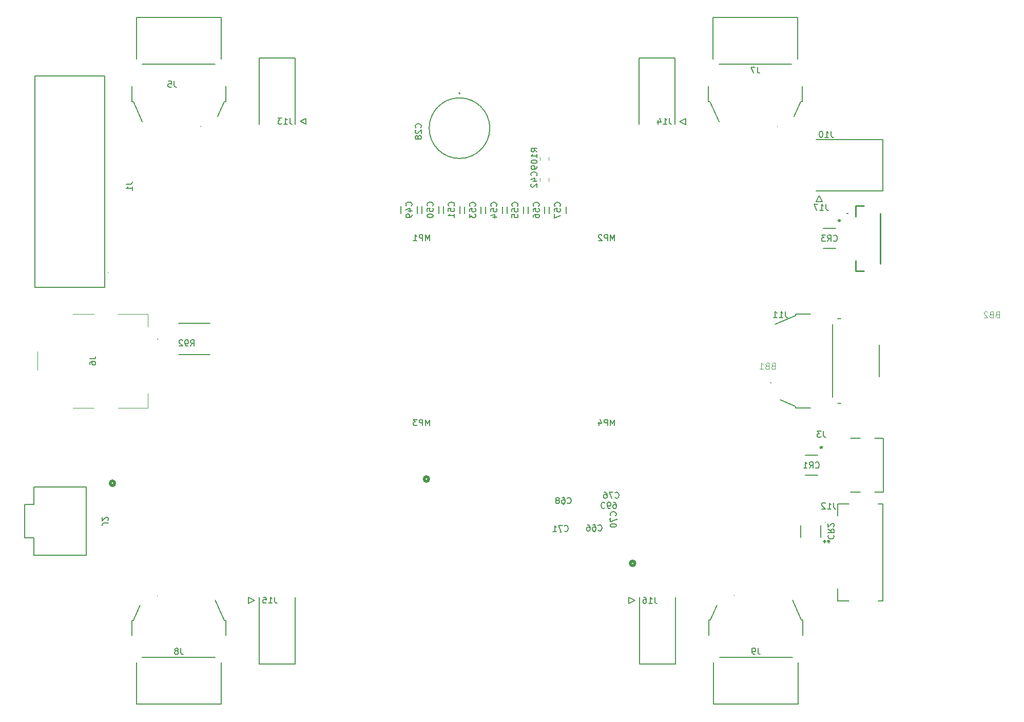
<source format=gbr>
%TF.GenerationSoftware,KiCad,Pcbnew,7.0.10*%
%TF.CreationDate,2025-04-22T22:54:08-04:00*%
%TF.ProjectId,bms-board,626d732d-626f-4617-9264-2e6b69636164,rev?*%
%TF.SameCoordinates,Original*%
%TF.FileFunction,Legend,Bot*%
%TF.FilePolarity,Positive*%
%FSLAX46Y46*%
G04 Gerber Fmt 4.6, Leading zero omitted, Abs format (unit mm)*
G04 Created by KiCad (PCBNEW 7.0.10) date 2025-04-22 22:54:08*
%MOMM*%
%LPD*%
G01*
G04 APERTURE LIST*
%ADD10C,0.150000*%
%ADD11C,0.100000*%
%ADD12C,0.508000*%
%ADD13C,0.152400*%
%ADD14C,0.200000*%
%ADD15C,0.127000*%
%ADD16C,0.254000*%
%ADD17C,0.120000*%
G04 APERTURE END LIST*
D10*
X125868357Y-102559580D02*
X125915976Y-102607200D01*
X125915976Y-102607200D02*
X126058833Y-102654819D01*
X126058833Y-102654819D02*
X126154071Y-102654819D01*
X126154071Y-102654819D02*
X126296928Y-102607200D01*
X126296928Y-102607200D02*
X126392166Y-102511961D01*
X126392166Y-102511961D02*
X126439785Y-102416723D01*
X126439785Y-102416723D02*
X126487404Y-102226247D01*
X126487404Y-102226247D02*
X126487404Y-102083390D01*
X126487404Y-102083390D02*
X126439785Y-101892914D01*
X126439785Y-101892914D02*
X126392166Y-101797676D01*
X126392166Y-101797676D02*
X126296928Y-101702438D01*
X126296928Y-101702438D02*
X126154071Y-101654819D01*
X126154071Y-101654819D02*
X126058833Y-101654819D01*
X126058833Y-101654819D02*
X125915976Y-101702438D01*
X125915976Y-101702438D02*
X125868357Y-101750057D01*
X125535023Y-101654819D02*
X124868357Y-101654819D01*
X124868357Y-101654819D02*
X125296928Y-102654819D01*
X124058833Y-101654819D02*
X124249309Y-101654819D01*
X124249309Y-101654819D02*
X124344547Y-101702438D01*
X124344547Y-101702438D02*
X124392166Y-101750057D01*
X124392166Y-101750057D02*
X124487404Y-101892914D01*
X124487404Y-101892914D02*
X124535023Y-102083390D01*
X124535023Y-102083390D02*
X124535023Y-102464342D01*
X124535023Y-102464342D02*
X124487404Y-102559580D01*
X124487404Y-102559580D02*
X124439785Y-102607200D01*
X124439785Y-102607200D02*
X124344547Y-102654819D01*
X124344547Y-102654819D02*
X124154071Y-102654819D01*
X124154071Y-102654819D02*
X124058833Y-102607200D01*
X124058833Y-102607200D02*
X124011214Y-102559580D01*
X124011214Y-102559580D02*
X123963595Y-102464342D01*
X123963595Y-102464342D02*
X123963595Y-102226247D01*
X123963595Y-102226247D02*
X124011214Y-102131009D01*
X124011214Y-102131009D02*
X124058833Y-102083390D01*
X124058833Y-102083390D02*
X124154071Y-102035771D01*
X124154071Y-102035771D02*
X124344547Y-102035771D01*
X124344547Y-102035771D02*
X124439785Y-102083390D01*
X124439785Y-102083390D02*
X124487404Y-102131009D01*
X124487404Y-102131009D02*
X124535023Y-102226247D01*
X95256223Y-90687119D02*
X95256223Y-89687119D01*
X95256223Y-89687119D02*
X94922890Y-90401404D01*
X94922890Y-90401404D02*
X94589557Y-89687119D01*
X94589557Y-89687119D02*
X94589557Y-90687119D01*
X94113366Y-90687119D02*
X94113366Y-89687119D01*
X94113366Y-89687119D02*
X93732414Y-89687119D01*
X93732414Y-89687119D02*
X93637176Y-89734738D01*
X93637176Y-89734738D02*
X93589557Y-89782357D01*
X93589557Y-89782357D02*
X93541938Y-89877595D01*
X93541938Y-89877595D02*
X93541938Y-90020452D01*
X93541938Y-90020452D02*
X93589557Y-90115690D01*
X93589557Y-90115690D02*
X93637176Y-90163309D01*
X93637176Y-90163309D02*
X93732414Y-90210928D01*
X93732414Y-90210928D02*
X94113366Y-90210928D01*
X93208604Y-89687119D02*
X92589557Y-89687119D01*
X92589557Y-89687119D02*
X92922890Y-90068071D01*
X92922890Y-90068071D02*
X92780033Y-90068071D01*
X92780033Y-90068071D02*
X92684795Y-90115690D01*
X92684795Y-90115690D02*
X92637176Y-90163309D01*
X92637176Y-90163309D02*
X92589557Y-90258547D01*
X92589557Y-90258547D02*
X92589557Y-90496642D01*
X92589557Y-90496642D02*
X92637176Y-90591880D01*
X92637176Y-90591880D02*
X92684795Y-90639500D01*
X92684795Y-90639500D02*
X92780033Y-90687119D01*
X92780033Y-90687119D02*
X93065747Y-90687119D01*
X93065747Y-90687119D02*
X93160985Y-90639500D01*
X93160985Y-90639500D02*
X93208604Y-90591880D01*
X102759580Y-54479542D02*
X102807200Y-54431923D01*
X102807200Y-54431923D02*
X102854819Y-54289066D01*
X102854819Y-54289066D02*
X102854819Y-54193828D01*
X102854819Y-54193828D02*
X102807200Y-54050971D01*
X102807200Y-54050971D02*
X102711961Y-53955733D01*
X102711961Y-53955733D02*
X102616723Y-53908114D01*
X102616723Y-53908114D02*
X102426247Y-53860495D01*
X102426247Y-53860495D02*
X102283390Y-53860495D01*
X102283390Y-53860495D02*
X102092914Y-53908114D01*
X102092914Y-53908114D02*
X101997676Y-53955733D01*
X101997676Y-53955733D02*
X101902438Y-54050971D01*
X101902438Y-54050971D02*
X101854819Y-54193828D01*
X101854819Y-54193828D02*
X101854819Y-54289066D01*
X101854819Y-54289066D02*
X101902438Y-54431923D01*
X101902438Y-54431923D02*
X101950057Y-54479542D01*
X101854819Y-55384304D02*
X101854819Y-54908114D01*
X101854819Y-54908114D02*
X102331009Y-54860495D01*
X102331009Y-54860495D02*
X102283390Y-54908114D01*
X102283390Y-54908114D02*
X102235771Y-55003352D01*
X102235771Y-55003352D02*
X102235771Y-55241447D01*
X102235771Y-55241447D02*
X102283390Y-55336685D01*
X102283390Y-55336685D02*
X102331009Y-55384304D01*
X102331009Y-55384304D02*
X102426247Y-55431923D01*
X102426247Y-55431923D02*
X102664342Y-55431923D01*
X102664342Y-55431923D02*
X102759580Y-55384304D01*
X102759580Y-55384304D02*
X102807200Y-55336685D01*
X102807200Y-55336685D02*
X102854819Y-55241447D01*
X102854819Y-55241447D02*
X102854819Y-55003352D01*
X102854819Y-55003352D02*
X102807200Y-54908114D01*
X102807200Y-54908114D02*
X102759580Y-54860495D01*
X101854819Y-55765257D02*
X101854819Y-56384304D01*
X101854819Y-56384304D02*
X102235771Y-56050971D01*
X102235771Y-56050971D02*
X102235771Y-56193828D01*
X102235771Y-56193828D02*
X102283390Y-56289066D01*
X102283390Y-56289066D02*
X102331009Y-56336685D01*
X102331009Y-56336685D02*
X102426247Y-56384304D01*
X102426247Y-56384304D02*
X102664342Y-56384304D01*
X102664342Y-56384304D02*
X102759580Y-56336685D01*
X102759580Y-56336685D02*
X102807200Y-56289066D01*
X102807200Y-56289066D02*
X102854819Y-56193828D01*
X102854819Y-56193828D02*
X102854819Y-55908114D01*
X102854819Y-55908114D02*
X102807200Y-55812876D01*
X102807200Y-55812876D02*
X102759580Y-55765257D01*
X95759580Y-54429942D02*
X95807200Y-54382323D01*
X95807200Y-54382323D02*
X95854819Y-54239466D01*
X95854819Y-54239466D02*
X95854819Y-54144228D01*
X95854819Y-54144228D02*
X95807200Y-54001371D01*
X95807200Y-54001371D02*
X95711961Y-53906133D01*
X95711961Y-53906133D02*
X95616723Y-53858514D01*
X95616723Y-53858514D02*
X95426247Y-53810895D01*
X95426247Y-53810895D02*
X95283390Y-53810895D01*
X95283390Y-53810895D02*
X95092914Y-53858514D01*
X95092914Y-53858514D02*
X94997676Y-53906133D01*
X94997676Y-53906133D02*
X94902438Y-54001371D01*
X94902438Y-54001371D02*
X94854819Y-54144228D01*
X94854819Y-54144228D02*
X94854819Y-54239466D01*
X94854819Y-54239466D02*
X94902438Y-54382323D01*
X94902438Y-54382323D02*
X94950057Y-54429942D01*
X94854819Y-55334704D02*
X94854819Y-54858514D01*
X94854819Y-54858514D02*
X95331009Y-54810895D01*
X95331009Y-54810895D02*
X95283390Y-54858514D01*
X95283390Y-54858514D02*
X95235771Y-54953752D01*
X95235771Y-54953752D02*
X95235771Y-55191847D01*
X95235771Y-55191847D02*
X95283390Y-55287085D01*
X95283390Y-55287085D02*
X95331009Y-55334704D01*
X95331009Y-55334704D02*
X95426247Y-55382323D01*
X95426247Y-55382323D02*
X95664342Y-55382323D01*
X95664342Y-55382323D02*
X95759580Y-55334704D01*
X95759580Y-55334704D02*
X95807200Y-55287085D01*
X95807200Y-55287085D02*
X95854819Y-55191847D01*
X95854819Y-55191847D02*
X95854819Y-54953752D01*
X95854819Y-54953752D02*
X95807200Y-54858514D01*
X95807200Y-54858514D02*
X95759580Y-54810895D01*
X94854819Y-56001371D02*
X94854819Y-56096609D01*
X94854819Y-56096609D02*
X94902438Y-56191847D01*
X94902438Y-56191847D02*
X94950057Y-56239466D01*
X94950057Y-56239466D02*
X95045295Y-56287085D01*
X95045295Y-56287085D02*
X95235771Y-56334704D01*
X95235771Y-56334704D02*
X95473866Y-56334704D01*
X95473866Y-56334704D02*
X95664342Y-56287085D01*
X95664342Y-56287085D02*
X95759580Y-56239466D01*
X95759580Y-56239466D02*
X95807200Y-56191847D01*
X95807200Y-56191847D02*
X95854819Y-56096609D01*
X95854819Y-56096609D02*
X95854819Y-56001371D01*
X95854819Y-56001371D02*
X95807200Y-55906133D01*
X95807200Y-55906133D02*
X95759580Y-55858514D01*
X95759580Y-55858514D02*
X95664342Y-55810895D01*
X95664342Y-55810895D02*
X95473866Y-55763276D01*
X95473866Y-55763276D02*
X95235771Y-55763276D01*
X95235771Y-55763276D02*
X95045295Y-55810895D01*
X95045295Y-55810895D02*
X94950057Y-55858514D01*
X94950057Y-55858514D02*
X94902438Y-55906133D01*
X94902438Y-55906133D02*
X94854819Y-56001371D01*
X39191819Y-79666666D02*
X39906104Y-79666666D01*
X39906104Y-79666666D02*
X40048961Y-79619047D01*
X40048961Y-79619047D02*
X40144200Y-79523809D01*
X40144200Y-79523809D02*
X40191819Y-79380952D01*
X40191819Y-79380952D02*
X40191819Y-79285714D01*
X39191819Y-80571428D02*
X39191819Y-80380952D01*
X39191819Y-80380952D02*
X39239438Y-80285714D01*
X39239438Y-80285714D02*
X39287057Y-80238095D01*
X39287057Y-80238095D02*
X39429914Y-80142857D01*
X39429914Y-80142857D02*
X39620390Y-80095238D01*
X39620390Y-80095238D02*
X40001342Y-80095238D01*
X40001342Y-80095238D02*
X40096580Y-80142857D01*
X40096580Y-80142857D02*
X40144200Y-80190476D01*
X40144200Y-80190476D02*
X40191819Y-80285714D01*
X40191819Y-80285714D02*
X40191819Y-80476190D01*
X40191819Y-80476190D02*
X40144200Y-80571428D01*
X40144200Y-80571428D02*
X40096580Y-80619047D01*
X40096580Y-80619047D02*
X40001342Y-80666666D01*
X40001342Y-80666666D02*
X39763247Y-80666666D01*
X39763247Y-80666666D02*
X39668009Y-80619047D01*
X39668009Y-80619047D02*
X39620390Y-80571428D01*
X39620390Y-80571428D02*
X39572771Y-80476190D01*
X39572771Y-80476190D02*
X39572771Y-80285714D01*
X39572771Y-80285714D02*
X39620390Y-80190476D01*
X39620390Y-80190476D02*
X39668009Y-80142857D01*
X39668009Y-80142857D02*
X39763247Y-80095238D01*
X116759580Y-54479542D02*
X116807200Y-54431923D01*
X116807200Y-54431923D02*
X116854819Y-54289066D01*
X116854819Y-54289066D02*
X116854819Y-54193828D01*
X116854819Y-54193828D02*
X116807200Y-54050971D01*
X116807200Y-54050971D02*
X116711961Y-53955733D01*
X116711961Y-53955733D02*
X116616723Y-53908114D01*
X116616723Y-53908114D02*
X116426247Y-53860495D01*
X116426247Y-53860495D02*
X116283390Y-53860495D01*
X116283390Y-53860495D02*
X116092914Y-53908114D01*
X116092914Y-53908114D02*
X115997676Y-53955733D01*
X115997676Y-53955733D02*
X115902438Y-54050971D01*
X115902438Y-54050971D02*
X115854819Y-54193828D01*
X115854819Y-54193828D02*
X115854819Y-54289066D01*
X115854819Y-54289066D02*
X115902438Y-54431923D01*
X115902438Y-54431923D02*
X115950057Y-54479542D01*
X115854819Y-55384304D02*
X115854819Y-54908114D01*
X115854819Y-54908114D02*
X116331009Y-54860495D01*
X116331009Y-54860495D02*
X116283390Y-54908114D01*
X116283390Y-54908114D02*
X116235771Y-55003352D01*
X116235771Y-55003352D02*
X116235771Y-55241447D01*
X116235771Y-55241447D02*
X116283390Y-55336685D01*
X116283390Y-55336685D02*
X116331009Y-55384304D01*
X116331009Y-55384304D02*
X116426247Y-55431923D01*
X116426247Y-55431923D02*
X116664342Y-55431923D01*
X116664342Y-55431923D02*
X116759580Y-55384304D01*
X116759580Y-55384304D02*
X116807200Y-55336685D01*
X116807200Y-55336685D02*
X116854819Y-55241447D01*
X116854819Y-55241447D02*
X116854819Y-55003352D01*
X116854819Y-55003352D02*
X116807200Y-54908114D01*
X116807200Y-54908114D02*
X116759580Y-54860495D01*
X115854819Y-55765257D02*
X115854819Y-56431923D01*
X115854819Y-56431923D02*
X116854819Y-56003352D01*
X149433333Y-127375319D02*
X149433333Y-128089604D01*
X149433333Y-128089604D02*
X149480952Y-128232461D01*
X149480952Y-128232461D02*
X149576190Y-128327700D01*
X149576190Y-128327700D02*
X149719047Y-128375319D01*
X149719047Y-128375319D02*
X149814285Y-128375319D01*
X148909523Y-128375319D02*
X148719047Y-128375319D01*
X148719047Y-128375319D02*
X148623809Y-128327700D01*
X148623809Y-128327700D02*
X148576190Y-128280080D01*
X148576190Y-128280080D02*
X148480952Y-128137223D01*
X148480952Y-128137223D02*
X148433333Y-127946747D01*
X148433333Y-127946747D02*
X148433333Y-127565795D01*
X148433333Y-127565795D02*
X148480952Y-127470557D01*
X148480952Y-127470557D02*
X148528571Y-127422938D01*
X148528571Y-127422938D02*
X148623809Y-127375319D01*
X148623809Y-127375319D02*
X148814285Y-127375319D01*
X148814285Y-127375319D02*
X148909523Y-127422938D01*
X148909523Y-127422938D02*
X148957142Y-127470557D01*
X148957142Y-127470557D02*
X149004761Y-127565795D01*
X149004761Y-127565795D02*
X149004761Y-127803890D01*
X149004761Y-127803890D02*
X148957142Y-127899128D01*
X148957142Y-127899128D02*
X148909523Y-127946747D01*
X148909523Y-127946747D02*
X148814285Y-127994366D01*
X148814285Y-127994366D02*
X148623809Y-127994366D01*
X148623809Y-127994366D02*
X148528571Y-127946747D01*
X148528571Y-127946747D02*
X148480952Y-127899128D01*
X148480952Y-127899128D02*
X148433333Y-127803890D01*
X45246469Y-50838533D02*
X45960754Y-50838533D01*
X45960754Y-50838533D02*
X46103611Y-50790914D01*
X46103611Y-50790914D02*
X46198850Y-50695676D01*
X46198850Y-50695676D02*
X46246469Y-50552819D01*
X46246469Y-50552819D02*
X46246469Y-50457581D01*
X46246469Y-51838533D02*
X46246469Y-51267105D01*
X46246469Y-51552819D02*
X45246469Y-51552819D01*
X45246469Y-51552819D02*
X45389326Y-51457581D01*
X45389326Y-51457581D02*
X45484564Y-51362343D01*
X45484564Y-51362343D02*
X45532183Y-51267105D01*
X109759580Y-54479542D02*
X109807200Y-54431923D01*
X109807200Y-54431923D02*
X109854819Y-54289066D01*
X109854819Y-54289066D02*
X109854819Y-54193828D01*
X109854819Y-54193828D02*
X109807200Y-54050971D01*
X109807200Y-54050971D02*
X109711961Y-53955733D01*
X109711961Y-53955733D02*
X109616723Y-53908114D01*
X109616723Y-53908114D02*
X109426247Y-53860495D01*
X109426247Y-53860495D02*
X109283390Y-53860495D01*
X109283390Y-53860495D02*
X109092914Y-53908114D01*
X109092914Y-53908114D02*
X108997676Y-53955733D01*
X108997676Y-53955733D02*
X108902438Y-54050971D01*
X108902438Y-54050971D02*
X108854819Y-54193828D01*
X108854819Y-54193828D02*
X108854819Y-54289066D01*
X108854819Y-54289066D02*
X108902438Y-54431923D01*
X108902438Y-54431923D02*
X108950057Y-54479542D01*
X108854819Y-55384304D02*
X108854819Y-54908114D01*
X108854819Y-54908114D02*
X109331009Y-54860495D01*
X109331009Y-54860495D02*
X109283390Y-54908114D01*
X109283390Y-54908114D02*
X109235771Y-55003352D01*
X109235771Y-55003352D02*
X109235771Y-55241447D01*
X109235771Y-55241447D02*
X109283390Y-55336685D01*
X109283390Y-55336685D02*
X109331009Y-55384304D01*
X109331009Y-55384304D02*
X109426247Y-55431923D01*
X109426247Y-55431923D02*
X109664342Y-55431923D01*
X109664342Y-55431923D02*
X109759580Y-55384304D01*
X109759580Y-55384304D02*
X109807200Y-55336685D01*
X109807200Y-55336685D02*
X109854819Y-55241447D01*
X109854819Y-55241447D02*
X109854819Y-55003352D01*
X109854819Y-55003352D02*
X109807200Y-54908114D01*
X109807200Y-54908114D02*
X109759580Y-54860495D01*
X108854819Y-56336685D02*
X108854819Y-55860495D01*
X108854819Y-55860495D02*
X109331009Y-55812876D01*
X109331009Y-55812876D02*
X109283390Y-55860495D01*
X109283390Y-55860495D02*
X109235771Y-55955733D01*
X109235771Y-55955733D02*
X109235771Y-56193828D01*
X109235771Y-56193828D02*
X109283390Y-56289066D01*
X109283390Y-56289066D02*
X109331009Y-56336685D01*
X109331009Y-56336685D02*
X109426247Y-56384304D01*
X109426247Y-56384304D02*
X109664342Y-56384304D01*
X109664342Y-56384304D02*
X109759580Y-56336685D01*
X109759580Y-56336685D02*
X109807200Y-56289066D01*
X109807200Y-56289066D02*
X109854819Y-56193828D01*
X109854819Y-56193828D02*
X109854819Y-55955733D01*
X109854819Y-55955733D02*
X109807200Y-55860495D01*
X109807200Y-55860495D02*
X109759580Y-55812876D01*
X124182642Y-103440419D02*
X124135023Y-103392800D01*
X124135023Y-103392800D02*
X123992166Y-103345180D01*
X123992166Y-103345180D02*
X123896928Y-103345180D01*
X123896928Y-103345180D02*
X123754071Y-103392800D01*
X123754071Y-103392800D02*
X123658833Y-103488038D01*
X123658833Y-103488038D02*
X123611214Y-103583276D01*
X123611214Y-103583276D02*
X123563595Y-103773752D01*
X123563595Y-103773752D02*
X123563595Y-103916609D01*
X123563595Y-103916609D02*
X123611214Y-104107085D01*
X123611214Y-104107085D02*
X123658833Y-104202323D01*
X123658833Y-104202323D02*
X123754071Y-104297561D01*
X123754071Y-104297561D02*
X123896928Y-104345180D01*
X123896928Y-104345180D02*
X123992166Y-104345180D01*
X123992166Y-104345180D02*
X124135023Y-104297561D01*
X124135023Y-104297561D02*
X124182642Y-104249942D01*
X125039785Y-104345180D02*
X124849309Y-104345180D01*
X124849309Y-104345180D02*
X124754071Y-104297561D01*
X124754071Y-104297561D02*
X124706452Y-104249942D01*
X124706452Y-104249942D02*
X124611214Y-104107085D01*
X124611214Y-104107085D02*
X124563595Y-103916609D01*
X124563595Y-103916609D02*
X124563595Y-103535657D01*
X124563595Y-103535657D02*
X124611214Y-103440419D01*
X124611214Y-103440419D02*
X124658833Y-103392800D01*
X124658833Y-103392800D02*
X124754071Y-103345180D01*
X124754071Y-103345180D02*
X124944547Y-103345180D01*
X124944547Y-103345180D02*
X125039785Y-103392800D01*
X125039785Y-103392800D02*
X125087404Y-103440419D01*
X125087404Y-103440419D02*
X125135023Y-103535657D01*
X125135023Y-103535657D02*
X125135023Y-103773752D01*
X125135023Y-103773752D02*
X125087404Y-103868990D01*
X125087404Y-103868990D02*
X125039785Y-103916609D01*
X125039785Y-103916609D02*
X124944547Y-103964228D01*
X124944547Y-103964228D02*
X124754071Y-103964228D01*
X124754071Y-103964228D02*
X124658833Y-103916609D01*
X124658833Y-103916609D02*
X124611214Y-103868990D01*
X124611214Y-103868990D02*
X124563595Y-103773752D01*
X125611214Y-103345180D02*
X125801690Y-103345180D01*
X125801690Y-103345180D02*
X125896928Y-103392800D01*
X125896928Y-103392800D02*
X125944547Y-103440419D01*
X125944547Y-103440419D02*
X126039785Y-103583276D01*
X126039785Y-103583276D02*
X126087404Y-103773752D01*
X126087404Y-103773752D02*
X126087404Y-104154704D01*
X126087404Y-104154704D02*
X126039785Y-104249942D01*
X126039785Y-104249942D02*
X125992166Y-104297561D01*
X125992166Y-104297561D02*
X125896928Y-104345180D01*
X125896928Y-104345180D02*
X125706452Y-104345180D01*
X125706452Y-104345180D02*
X125611214Y-104297561D01*
X125611214Y-104297561D02*
X125563595Y-104249942D01*
X125563595Y-104249942D02*
X125515976Y-104154704D01*
X125515976Y-104154704D02*
X125515976Y-103916609D01*
X125515976Y-103916609D02*
X125563595Y-103821371D01*
X125563595Y-103821371D02*
X125611214Y-103773752D01*
X125611214Y-103773752D02*
X125706452Y-103726133D01*
X125706452Y-103726133D02*
X125896928Y-103726133D01*
X125896928Y-103726133D02*
X125992166Y-103773752D01*
X125992166Y-103773752D02*
X126039785Y-103821371D01*
X126039785Y-103821371D02*
X126087404Y-103916609D01*
D11*
X151904761Y-80833609D02*
X151761904Y-80881228D01*
X151761904Y-80881228D02*
X151714285Y-80928847D01*
X151714285Y-80928847D02*
X151666666Y-81024085D01*
X151666666Y-81024085D02*
X151666666Y-81166942D01*
X151666666Y-81166942D02*
X151714285Y-81262180D01*
X151714285Y-81262180D02*
X151761904Y-81309800D01*
X151761904Y-81309800D02*
X151857142Y-81357419D01*
X151857142Y-81357419D02*
X152238094Y-81357419D01*
X152238094Y-81357419D02*
X152238094Y-80357419D01*
X152238094Y-80357419D02*
X151904761Y-80357419D01*
X151904761Y-80357419D02*
X151809523Y-80405038D01*
X151809523Y-80405038D02*
X151761904Y-80452657D01*
X151761904Y-80452657D02*
X151714285Y-80547895D01*
X151714285Y-80547895D02*
X151714285Y-80643133D01*
X151714285Y-80643133D02*
X151761904Y-80738371D01*
X151761904Y-80738371D02*
X151809523Y-80785990D01*
X151809523Y-80785990D02*
X151904761Y-80833609D01*
X151904761Y-80833609D02*
X152238094Y-80833609D01*
X150904761Y-80833609D02*
X150761904Y-80881228D01*
X150761904Y-80881228D02*
X150714285Y-80928847D01*
X150714285Y-80928847D02*
X150666666Y-81024085D01*
X150666666Y-81024085D02*
X150666666Y-81166942D01*
X150666666Y-81166942D02*
X150714285Y-81262180D01*
X150714285Y-81262180D02*
X150761904Y-81309800D01*
X150761904Y-81309800D02*
X150857142Y-81357419D01*
X150857142Y-81357419D02*
X151238094Y-81357419D01*
X151238094Y-81357419D02*
X151238094Y-80357419D01*
X151238094Y-80357419D02*
X150904761Y-80357419D01*
X150904761Y-80357419D02*
X150809523Y-80405038D01*
X150809523Y-80405038D02*
X150761904Y-80452657D01*
X150761904Y-80452657D02*
X150714285Y-80547895D01*
X150714285Y-80547895D02*
X150714285Y-80643133D01*
X150714285Y-80643133D02*
X150761904Y-80738371D01*
X150761904Y-80738371D02*
X150809523Y-80785990D01*
X150809523Y-80785990D02*
X150904761Y-80833609D01*
X150904761Y-80833609D02*
X151238094Y-80833609D01*
X149714285Y-81357419D02*
X150285713Y-81357419D01*
X149999999Y-81357419D02*
X149999999Y-80357419D01*
X149999999Y-80357419D02*
X150095237Y-80500276D01*
X150095237Y-80500276D02*
X150190475Y-80595514D01*
X150190475Y-80595514D02*
X150285713Y-80643133D01*
D10*
X125756223Y-90687119D02*
X125756223Y-89687119D01*
X125756223Y-89687119D02*
X125422890Y-90401404D01*
X125422890Y-90401404D02*
X125089557Y-89687119D01*
X125089557Y-89687119D02*
X125089557Y-90687119D01*
X124613366Y-90687119D02*
X124613366Y-89687119D01*
X124613366Y-89687119D02*
X124232414Y-89687119D01*
X124232414Y-89687119D02*
X124137176Y-89734738D01*
X124137176Y-89734738D02*
X124089557Y-89782357D01*
X124089557Y-89782357D02*
X124041938Y-89877595D01*
X124041938Y-89877595D02*
X124041938Y-90020452D01*
X124041938Y-90020452D02*
X124089557Y-90115690D01*
X124089557Y-90115690D02*
X124137176Y-90163309D01*
X124137176Y-90163309D02*
X124232414Y-90210928D01*
X124232414Y-90210928D02*
X124613366Y-90210928D01*
X123184795Y-90020452D02*
X123184795Y-90687119D01*
X123422890Y-89639500D02*
X123660985Y-90353785D01*
X123660985Y-90353785D02*
X123041938Y-90353785D01*
X161090420Y-108771916D02*
X161042801Y-108819535D01*
X161042801Y-108819535D02*
X160995181Y-108962392D01*
X160995181Y-108962392D02*
X160995181Y-109057630D01*
X160995181Y-109057630D02*
X161042801Y-109200487D01*
X161042801Y-109200487D02*
X161138039Y-109295725D01*
X161138039Y-109295725D02*
X161233277Y-109343344D01*
X161233277Y-109343344D02*
X161423753Y-109390963D01*
X161423753Y-109390963D02*
X161566610Y-109390963D01*
X161566610Y-109390963D02*
X161757086Y-109343344D01*
X161757086Y-109343344D02*
X161852324Y-109295725D01*
X161852324Y-109295725D02*
X161947562Y-109200487D01*
X161947562Y-109200487D02*
X161995181Y-109057630D01*
X161995181Y-109057630D02*
X161995181Y-108962392D01*
X161995181Y-108962392D02*
X161947562Y-108819535D01*
X161947562Y-108819535D02*
X161899943Y-108771916D01*
X160995181Y-107771916D02*
X161471372Y-108105249D01*
X160995181Y-108343344D02*
X161995181Y-108343344D01*
X161995181Y-108343344D02*
X161995181Y-107962392D01*
X161995181Y-107962392D02*
X161947562Y-107867154D01*
X161947562Y-107867154D02*
X161899943Y-107819535D01*
X161899943Y-107819535D02*
X161804705Y-107771916D01*
X161804705Y-107771916D02*
X161661848Y-107771916D01*
X161661848Y-107771916D02*
X161566610Y-107819535D01*
X161566610Y-107819535D02*
X161518991Y-107867154D01*
X161518991Y-107867154D02*
X161471372Y-107962392D01*
X161471372Y-107962392D02*
X161471372Y-108343344D01*
X161899943Y-107390963D02*
X161947562Y-107343344D01*
X161947562Y-107343344D02*
X161995181Y-107248106D01*
X161995181Y-107248106D02*
X161995181Y-107010011D01*
X161995181Y-107010011D02*
X161947562Y-106914773D01*
X161947562Y-106914773D02*
X161899943Y-106867154D01*
X161899943Y-106867154D02*
X161804705Y-106819535D01*
X161804705Y-106819535D02*
X161709467Y-106819535D01*
X161709467Y-106819535D02*
X161566610Y-106867154D01*
X161566610Y-106867154D02*
X160995181Y-107438582D01*
X160995181Y-107438582D02*
X160995181Y-106819535D01*
X161296980Y-109759249D02*
X161058885Y-109759249D01*
X161154123Y-109997344D02*
X161058885Y-109759249D01*
X161058885Y-109759249D02*
X161154123Y-109521154D01*
X160868409Y-109902106D02*
X161058885Y-109759249D01*
X161058885Y-109759249D02*
X160868409Y-109616392D01*
X160206619Y-109759250D02*
X160444714Y-109759250D01*
X160349476Y-109521155D02*
X160444714Y-109759250D01*
X160444714Y-109759250D02*
X160349476Y-109997345D01*
X160635190Y-109616393D02*
X160444714Y-109759250D01*
X160444714Y-109759250D02*
X160635190Y-109902107D01*
X99259580Y-54434742D02*
X99307200Y-54387123D01*
X99307200Y-54387123D02*
X99354819Y-54244266D01*
X99354819Y-54244266D02*
X99354819Y-54149028D01*
X99354819Y-54149028D02*
X99307200Y-54006171D01*
X99307200Y-54006171D02*
X99211961Y-53910933D01*
X99211961Y-53910933D02*
X99116723Y-53863314D01*
X99116723Y-53863314D02*
X98926247Y-53815695D01*
X98926247Y-53815695D02*
X98783390Y-53815695D01*
X98783390Y-53815695D02*
X98592914Y-53863314D01*
X98592914Y-53863314D02*
X98497676Y-53910933D01*
X98497676Y-53910933D02*
X98402438Y-54006171D01*
X98402438Y-54006171D02*
X98354819Y-54149028D01*
X98354819Y-54149028D02*
X98354819Y-54244266D01*
X98354819Y-54244266D02*
X98402438Y-54387123D01*
X98402438Y-54387123D02*
X98450057Y-54434742D01*
X98354819Y-55339504D02*
X98354819Y-54863314D01*
X98354819Y-54863314D02*
X98831009Y-54815695D01*
X98831009Y-54815695D02*
X98783390Y-54863314D01*
X98783390Y-54863314D02*
X98735771Y-54958552D01*
X98735771Y-54958552D02*
X98735771Y-55196647D01*
X98735771Y-55196647D02*
X98783390Y-55291885D01*
X98783390Y-55291885D02*
X98831009Y-55339504D01*
X98831009Y-55339504D02*
X98926247Y-55387123D01*
X98926247Y-55387123D02*
X99164342Y-55387123D01*
X99164342Y-55387123D02*
X99259580Y-55339504D01*
X99259580Y-55339504D02*
X99307200Y-55291885D01*
X99307200Y-55291885D02*
X99354819Y-55196647D01*
X99354819Y-55196647D02*
X99354819Y-54958552D01*
X99354819Y-54958552D02*
X99307200Y-54863314D01*
X99307200Y-54863314D02*
X99259580Y-54815695D01*
X99354819Y-56339504D02*
X99354819Y-55768076D01*
X99354819Y-56053790D02*
X98354819Y-56053790D01*
X98354819Y-56053790D02*
X98497676Y-55958552D01*
X98497676Y-55958552D02*
X98592914Y-55863314D01*
X98592914Y-55863314D02*
X98640533Y-55768076D01*
X161489523Y-42114819D02*
X161489523Y-42829104D01*
X161489523Y-42829104D02*
X161537142Y-42971961D01*
X161537142Y-42971961D02*
X161632380Y-43067200D01*
X161632380Y-43067200D02*
X161775237Y-43114819D01*
X161775237Y-43114819D02*
X161870475Y-43114819D01*
X160489523Y-43114819D02*
X161060951Y-43114819D01*
X160775237Y-43114819D02*
X160775237Y-42114819D01*
X160775237Y-42114819D02*
X160870475Y-42257676D01*
X160870475Y-42257676D02*
X160965713Y-42352914D01*
X160965713Y-42352914D02*
X161060951Y-42400533D01*
X159870475Y-42114819D02*
X159775237Y-42114819D01*
X159775237Y-42114819D02*
X159679999Y-42162438D01*
X159679999Y-42162438D02*
X159632380Y-42210057D01*
X159632380Y-42210057D02*
X159584761Y-42305295D01*
X159584761Y-42305295D02*
X159537142Y-42495771D01*
X159537142Y-42495771D02*
X159537142Y-42733866D01*
X159537142Y-42733866D02*
X159584761Y-42924342D01*
X159584761Y-42924342D02*
X159632380Y-43019580D01*
X159632380Y-43019580D02*
X159679999Y-43067200D01*
X159679999Y-43067200D02*
X159775237Y-43114819D01*
X159775237Y-43114819D02*
X159870475Y-43114819D01*
X159870475Y-43114819D02*
X159965713Y-43067200D01*
X159965713Y-43067200D02*
X160013332Y-43019580D01*
X160013332Y-43019580D02*
X160060951Y-42924342D01*
X160060951Y-42924342D02*
X160108570Y-42733866D01*
X160108570Y-42733866D02*
X160108570Y-42495771D01*
X160108570Y-42495771D02*
X160060951Y-42305295D01*
X160060951Y-42305295D02*
X160013332Y-42210057D01*
X160013332Y-42210057D02*
X159965713Y-42162438D01*
X159965713Y-42162438D02*
X159870475Y-42114819D01*
X93824580Y-41515542D02*
X93872200Y-41467923D01*
X93872200Y-41467923D02*
X93919819Y-41325066D01*
X93919819Y-41325066D02*
X93919819Y-41229828D01*
X93919819Y-41229828D02*
X93872200Y-41086971D01*
X93872200Y-41086971D02*
X93776961Y-40991733D01*
X93776961Y-40991733D02*
X93681723Y-40944114D01*
X93681723Y-40944114D02*
X93491247Y-40896495D01*
X93491247Y-40896495D02*
X93348390Y-40896495D01*
X93348390Y-40896495D02*
X93157914Y-40944114D01*
X93157914Y-40944114D02*
X93062676Y-40991733D01*
X93062676Y-40991733D02*
X92967438Y-41086971D01*
X92967438Y-41086971D02*
X92919819Y-41229828D01*
X92919819Y-41229828D02*
X92919819Y-41325066D01*
X92919819Y-41325066D02*
X92967438Y-41467923D01*
X92967438Y-41467923D02*
X93015057Y-41515542D01*
X93015057Y-41896495D02*
X92967438Y-41944114D01*
X92967438Y-41944114D02*
X92919819Y-42039352D01*
X92919819Y-42039352D02*
X92919819Y-42277447D01*
X92919819Y-42277447D02*
X92967438Y-42372685D01*
X92967438Y-42372685D02*
X93015057Y-42420304D01*
X93015057Y-42420304D02*
X93110295Y-42467923D01*
X93110295Y-42467923D02*
X93205533Y-42467923D01*
X93205533Y-42467923D02*
X93348390Y-42420304D01*
X93348390Y-42420304D02*
X93919819Y-41848876D01*
X93919819Y-41848876D02*
X93919819Y-42467923D01*
X93348390Y-43039352D02*
X93300771Y-42944114D01*
X93300771Y-42944114D02*
X93253152Y-42896495D01*
X93253152Y-42896495D02*
X93157914Y-42848876D01*
X93157914Y-42848876D02*
X93110295Y-42848876D01*
X93110295Y-42848876D02*
X93015057Y-42896495D01*
X93015057Y-42896495D02*
X92967438Y-42944114D01*
X92967438Y-42944114D02*
X92919819Y-43039352D01*
X92919819Y-43039352D02*
X92919819Y-43229828D01*
X92919819Y-43229828D02*
X92967438Y-43325066D01*
X92967438Y-43325066D02*
X93015057Y-43372685D01*
X93015057Y-43372685D02*
X93110295Y-43420304D01*
X93110295Y-43420304D02*
X93157914Y-43420304D01*
X93157914Y-43420304D02*
X93253152Y-43372685D01*
X93253152Y-43372685D02*
X93300771Y-43325066D01*
X93300771Y-43325066D02*
X93348390Y-43229828D01*
X93348390Y-43229828D02*
X93348390Y-43039352D01*
X93348390Y-43039352D02*
X93396009Y-42944114D01*
X93396009Y-42944114D02*
X93443628Y-42896495D01*
X93443628Y-42896495D02*
X93538866Y-42848876D01*
X93538866Y-42848876D02*
X93729342Y-42848876D01*
X93729342Y-42848876D02*
X93824580Y-42896495D01*
X93824580Y-42896495D02*
X93872200Y-42944114D01*
X93872200Y-42944114D02*
X93919819Y-43039352D01*
X93919819Y-43039352D02*
X93919819Y-43229828D01*
X93919819Y-43229828D02*
X93872200Y-43325066D01*
X93872200Y-43325066D02*
X93824580Y-43372685D01*
X93824580Y-43372685D02*
X93729342Y-43420304D01*
X93729342Y-43420304D02*
X93538866Y-43420304D01*
X93538866Y-43420304D02*
X93443628Y-43372685D01*
X93443628Y-43372685D02*
X93396009Y-43325066D01*
X93396009Y-43325066D02*
X93348390Y-43229828D01*
X113259580Y-54479542D02*
X113307200Y-54431923D01*
X113307200Y-54431923D02*
X113354819Y-54289066D01*
X113354819Y-54289066D02*
X113354819Y-54193828D01*
X113354819Y-54193828D02*
X113307200Y-54050971D01*
X113307200Y-54050971D02*
X113211961Y-53955733D01*
X113211961Y-53955733D02*
X113116723Y-53908114D01*
X113116723Y-53908114D02*
X112926247Y-53860495D01*
X112926247Y-53860495D02*
X112783390Y-53860495D01*
X112783390Y-53860495D02*
X112592914Y-53908114D01*
X112592914Y-53908114D02*
X112497676Y-53955733D01*
X112497676Y-53955733D02*
X112402438Y-54050971D01*
X112402438Y-54050971D02*
X112354819Y-54193828D01*
X112354819Y-54193828D02*
X112354819Y-54289066D01*
X112354819Y-54289066D02*
X112402438Y-54431923D01*
X112402438Y-54431923D02*
X112450057Y-54479542D01*
X112354819Y-55384304D02*
X112354819Y-54908114D01*
X112354819Y-54908114D02*
X112831009Y-54860495D01*
X112831009Y-54860495D02*
X112783390Y-54908114D01*
X112783390Y-54908114D02*
X112735771Y-55003352D01*
X112735771Y-55003352D02*
X112735771Y-55241447D01*
X112735771Y-55241447D02*
X112783390Y-55336685D01*
X112783390Y-55336685D02*
X112831009Y-55384304D01*
X112831009Y-55384304D02*
X112926247Y-55431923D01*
X112926247Y-55431923D02*
X113164342Y-55431923D01*
X113164342Y-55431923D02*
X113259580Y-55384304D01*
X113259580Y-55384304D02*
X113307200Y-55336685D01*
X113307200Y-55336685D02*
X113354819Y-55241447D01*
X113354819Y-55241447D02*
X113354819Y-55003352D01*
X113354819Y-55003352D02*
X113307200Y-54908114D01*
X113307200Y-54908114D02*
X113259580Y-54860495D01*
X112354819Y-56289066D02*
X112354819Y-56098590D01*
X112354819Y-56098590D02*
X112402438Y-56003352D01*
X112402438Y-56003352D02*
X112450057Y-55955733D01*
X112450057Y-55955733D02*
X112592914Y-55860495D01*
X112592914Y-55860495D02*
X112783390Y-55812876D01*
X112783390Y-55812876D02*
X113164342Y-55812876D01*
X113164342Y-55812876D02*
X113259580Y-55860495D01*
X113259580Y-55860495D02*
X113307200Y-55908114D01*
X113307200Y-55908114D02*
X113354819Y-56003352D01*
X113354819Y-56003352D02*
X113354819Y-56193828D01*
X113354819Y-56193828D02*
X113307200Y-56289066D01*
X113307200Y-56289066D02*
X113259580Y-56336685D01*
X113259580Y-56336685D02*
X113164342Y-56384304D01*
X113164342Y-56384304D02*
X112926247Y-56384304D01*
X112926247Y-56384304D02*
X112831009Y-56336685D01*
X112831009Y-56336685D02*
X112783390Y-56289066D01*
X112783390Y-56289066D02*
X112735771Y-56193828D01*
X112735771Y-56193828D02*
X112735771Y-56003352D01*
X112735771Y-56003352D02*
X112783390Y-55908114D01*
X112783390Y-55908114D02*
X112831009Y-55860495D01*
X112831009Y-55860495D02*
X112926247Y-55812876D01*
X160655638Y-54134919D02*
X160655638Y-54849204D01*
X160655638Y-54849204D02*
X160703257Y-54992061D01*
X160703257Y-54992061D02*
X160798495Y-55087300D01*
X160798495Y-55087300D02*
X160941352Y-55134919D01*
X160941352Y-55134919D02*
X161036590Y-55134919D01*
X159655638Y-55134919D02*
X160227066Y-55134919D01*
X159941352Y-55134919D02*
X159941352Y-54134919D01*
X159941352Y-54134919D02*
X160036590Y-54277776D01*
X160036590Y-54277776D02*
X160131828Y-54373014D01*
X160131828Y-54373014D02*
X160227066Y-54420633D01*
X159322304Y-54134919D02*
X158655638Y-54134919D01*
X158655638Y-54134919D02*
X159084209Y-55134919D01*
X123068357Y-107959580D02*
X123115976Y-108007200D01*
X123115976Y-108007200D02*
X123258833Y-108054819D01*
X123258833Y-108054819D02*
X123354071Y-108054819D01*
X123354071Y-108054819D02*
X123496928Y-108007200D01*
X123496928Y-108007200D02*
X123592166Y-107911961D01*
X123592166Y-107911961D02*
X123639785Y-107816723D01*
X123639785Y-107816723D02*
X123687404Y-107626247D01*
X123687404Y-107626247D02*
X123687404Y-107483390D01*
X123687404Y-107483390D02*
X123639785Y-107292914D01*
X123639785Y-107292914D02*
X123592166Y-107197676D01*
X123592166Y-107197676D02*
X123496928Y-107102438D01*
X123496928Y-107102438D02*
X123354071Y-107054819D01*
X123354071Y-107054819D02*
X123258833Y-107054819D01*
X123258833Y-107054819D02*
X123115976Y-107102438D01*
X123115976Y-107102438D02*
X123068357Y-107150057D01*
X122211214Y-107054819D02*
X122401690Y-107054819D01*
X122401690Y-107054819D02*
X122496928Y-107102438D01*
X122496928Y-107102438D02*
X122544547Y-107150057D01*
X122544547Y-107150057D02*
X122639785Y-107292914D01*
X122639785Y-107292914D02*
X122687404Y-107483390D01*
X122687404Y-107483390D02*
X122687404Y-107864342D01*
X122687404Y-107864342D02*
X122639785Y-107959580D01*
X122639785Y-107959580D02*
X122592166Y-108007200D01*
X122592166Y-108007200D02*
X122496928Y-108054819D01*
X122496928Y-108054819D02*
X122306452Y-108054819D01*
X122306452Y-108054819D02*
X122211214Y-108007200D01*
X122211214Y-108007200D02*
X122163595Y-107959580D01*
X122163595Y-107959580D02*
X122115976Y-107864342D01*
X122115976Y-107864342D02*
X122115976Y-107626247D01*
X122115976Y-107626247D02*
X122163595Y-107531009D01*
X122163595Y-107531009D02*
X122211214Y-107483390D01*
X122211214Y-107483390D02*
X122306452Y-107435771D01*
X122306452Y-107435771D02*
X122496928Y-107435771D01*
X122496928Y-107435771D02*
X122592166Y-107483390D01*
X122592166Y-107483390D02*
X122639785Y-107531009D01*
X122639785Y-107531009D02*
X122687404Y-107626247D01*
X121258833Y-107054819D02*
X121449309Y-107054819D01*
X121449309Y-107054819D02*
X121544547Y-107102438D01*
X121544547Y-107102438D02*
X121592166Y-107150057D01*
X121592166Y-107150057D02*
X121687404Y-107292914D01*
X121687404Y-107292914D02*
X121735023Y-107483390D01*
X121735023Y-107483390D02*
X121735023Y-107864342D01*
X121735023Y-107864342D02*
X121687404Y-107959580D01*
X121687404Y-107959580D02*
X121639785Y-108007200D01*
X121639785Y-108007200D02*
X121544547Y-108054819D01*
X121544547Y-108054819D02*
X121354071Y-108054819D01*
X121354071Y-108054819D02*
X121258833Y-108007200D01*
X121258833Y-108007200D02*
X121211214Y-107959580D01*
X121211214Y-107959580D02*
X121163595Y-107864342D01*
X121163595Y-107864342D02*
X121163595Y-107626247D01*
X121163595Y-107626247D02*
X121211214Y-107531009D01*
X121211214Y-107531009D02*
X121258833Y-107483390D01*
X121258833Y-107483390D02*
X121354071Y-107435771D01*
X121354071Y-107435771D02*
X121544547Y-107435771D01*
X121544547Y-107435771D02*
X121639785Y-107483390D01*
X121639785Y-107483390D02*
X121687404Y-107531009D01*
X121687404Y-107531009D02*
X121735023Y-107626247D01*
X42253278Y-106766733D02*
X41538993Y-106766733D01*
X41538993Y-106766733D02*
X41396136Y-106814352D01*
X41396136Y-106814352D02*
X41300898Y-106909590D01*
X41300898Y-106909590D02*
X41253278Y-107052447D01*
X41253278Y-107052447D02*
X41253278Y-107147685D01*
X42158040Y-106338161D02*
X42205659Y-106290542D01*
X42205659Y-106290542D02*
X42253278Y-106195304D01*
X42253278Y-106195304D02*
X42253278Y-105957209D01*
X42253278Y-105957209D02*
X42205659Y-105861971D01*
X42205659Y-105861971D02*
X42158040Y-105814352D01*
X42158040Y-105814352D02*
X42062802Y-105766733D01*
X42062802Y-105766733D02*
X41967564Y-105766733D01*
X41967564Y-105766733D02*
X41824707Y-105814352D01*
X41824707Y-105814352D02*
X41253278Y-106385780D01*
X41253278Y-106385780D02*
X41253278Y-105766733D01*
X69709523Y-118974819D02*
X69709523Y-119689104D01*
X69709523Y-119689104D02*
X69757142Y-119831961D01*
X69757142Y-119831961D02*
X69852380Y-119927200D01*
X69852380Y-119927200D02*
X69995237Y-119974819D01*
X69995237Y-119974819D02*
X70090475Y-119974819D01*
X68709523Y-119974819D02*
X69280951Y-119974819D01*
X68995237Y-119974819D02*
X68995237Y-118974819D01*
X68995237Y-118974819D02*
X69090475Y-119117676D01*
X69090475Y-119117676D02*
X69185713Y-119212914D01*
X69185713Y-119212914D02*
X69280951Y-119260533D01*
X67804761Y-118974819D02*
X68280951Y-118974819D01*
X68280951Y-118974819D02*
X68328570Y-119451009D01*
X68328570Y-119451009D02*
X68280951Y-119403390D01*
X68280951Y-119403390D02*
X68185713Y-119355771D01*
X68185713Y-119355771D02*
X67947618Y-119355771D01*
X67947618Y-119355771D02*
X67852380Y-119403390D01*
X67852380Y-119403390D02*
X67804761Y-119451009D01*
X67804761Y-119451009D02*
X67757142Y-119546247D01*
X67757142Y-119546247D02*
X67757142Y-119784342D01*
X67757142Y-119784342D02*
X67804761Y-119879580D01*
X67804761Y-119879580D02*
X67852380Y-119927200D01*
X67852380Y-119927200D02*
X67947618Y-119974819D01*
X67947618Y-119974819D02*
X68185713Y-119974819D01*
X68185713Y-119974819D02*
X68280951Y-119927200D01*
X68280951Y-119927200D02*
X68328570Y-119879580D01*
X106259580Y-54479542D02*
X106307200Y-54431923D01*
X106307200Y-54431923D02*
X106354819Y-54289066D01*
X106354819Y-54289066D02*
X106354819Y-54193828D01*
X106354819Y-54193828D02*
X106307200Y-54050971D01*
X106307200Y-54050971D02*
X106211961Y-53955733D01*
X106211961Y-53955733D02*
X106116723Y-53908114D01*
X106116723Y-53908114D02*
X105926247Y-53860495D01*
X105926247Y-53860495D02*
X105783390Y-53860495D01*
X105783390Y-53860495D02*
X105592914Y-53908114D01*
X105592914Y-53908114D02*
X105497676Y-53955733D01*
X105497676Y-53955733D02*
X105402438Y-54050971D01*
X105402438Y-54050971D02*
X105354819Y-54193828D01*
X105354819Y-54193828D02*
X105354819Y-54289066D01*
X105354819Y-54289066D02*
X105402438Y-54431923D01*
X105402438Y-54431923D02*
X105450057Y-54479542D01*
X105354819Y-55384304D02*
X105354819Y-54908114D01*
X105354819Y-54908114D02*
X105831009Y-54860495D01*
X105831009Y-54860495D02*
X105783390Y-54908114D01*
X105783390Y-54908114D02*
X105735771Y-55003352D01*
X105735771Y-55003352D02*
X105735771Y-55241447D01*
X105735771Y-55241447D02*
X105783390Y-55336685D01*
X105783390Y-55336685D02*
X105831009Y-55384304D01*
X105831009Y-55384304D02*
X105926247Y-55431923D01*
X105926247Y-55431923D02*
X106164342Y-55431923D01*
X106164342Y-55431923D02*
X106259580Y-55384304D01*
X106259580Y-55384304D02*
X106307200Y-55336685D01*
X106307200Y-55336685D02*
X106354819Y-55241447D01*
X106354819Y-55241447D02*
X106354819Y-55003352D01*
X106354819Y-55003352D02*
X106307200Y-54908114D01*
X106307200Y-54908114D02*
X106259580Y-54860495D01*
X105688152Y-56289066D02*
X106354819Y-56289066D01*
X105307200Y-56050971D02*
X106021485Y-55812876D01*
X106021485Y-55812876D02*
X106021485Y-56431923D01*
X125756223Y-60187119D02*
X125756223Y-59187119D01*
X125756223Y-59187119D02*
X125422890Y-59901404D01*
X125422890Y-59901404D02*
X125089557Y-59187119D01*
X125089557Y-59187119D02*
X125089557Y-60187119D01*
X124613366Y-60187119D02*
X124613366Y-59187119D01*
X124613366Y-59187119D02*
X124232414Y-59187119D01*
X124232414Y-59187119D02*
X124137176Y-59234738D01*
X124137176Y-59234738D02*
X124089557Y-59282357D01*
X124089557Y-59282357D02*
X124041938Y-59377595D01*
X124041938Y-59377595D02*
X124041938Y-59520452D01*
X124041938Y-59520452D02*
X124089557Y-59615690D01*
X124089557Y-59615690D02*
X124137176Y-59663309D01*
X124137176Y-59663309D02*
X124232414Y-59710928D01*
X124232414Y-59710928D02*
X124613366Y-59710928D01*
X123660985Y-59282357D02*
X123613366Y-59234738D01*
X123613366Y-59234738D02*
X123518128Y-59187119D01*
X123518128Y-59187119D02*
X123280033Y-59187119D01*
X123280033Y-59187119D02*
X123184795Y-59234738D01*
X123184795Y-59234738D02*
X123137176Y-59282357D01*
X123137176Y-59282357D02*
X123089557Y-59377595D01*
X123089557Y-59377595D02*
X123089557Y-59472833D01*
X123089557Y-59472833D02*
X123137176Y-59615690D01*
X123137176Y-59615690D02*
X123708604Y-60187119D01*
X123708604Y-60187119D02*
X123089557Y-60187119D01*
X125959580Y-105531642D02*
X126007200Y-105484023D01*
X126007200Y-105484023D02*
X126054819Y-105341166D01*
X126054819Y-105341166D02*
X126054819Y-105245928D01*
X126054819Y-105245928D02*
X126007200Y-105103071D01*
X126007200Y-105103071D02*
X125911961Y-105007833D01*
X125911961Y-105007833D02*
X125816723Y-104960214D01*
X125816723Y-104960214D02*
X125626247Y-104912595D01*
X125626247Y-104912595D02*
X125483390Y-104912595D01*
X125483390Y-104912595D02*
X125292914Y-104960214D01*
X125292914Y-104960214D02*
X125197676Y-105007833D01*
X125197676Y-105007833D02*
X125102438Y-105103071D01*
X125102438Y-105103071D02*
X125054819Y-105245928D01*
X125054819Y-105245928D02*
X125054819Y-105341166D01*
X125054819Y-105341166D02*
X125102438Y-105484023D01*
X125102438Y-105484023D02*
X125150057Y-105531642D01*
X125054819Y-105864976D02*
X125054819Y-106531642D01*
X125054819Y-106531642D02*
X126054819Y-106103071D01*
X125054819Y-107103071D02*
X125054819Y-107198309D01*
X125054819Y-107198309D02*
X125102438Y-107293547D01*
X125102438Y-107293547D02*
X125150057Y-107341166D01*
X125150057Y-107341166D02*
X125245295Y-107388785D01*
X125245295Y-107388785D02*
X125435771Y-107436404D01*
X125435771Y-107436404D02*
X125673866Y-107436404D01*
X125673866Y-107436404D02*
X125864342Y-107388785D01*
X125864342Y-107388785D02*
X125959580Y-107341166D01*
X125959580Y-107341166D02*
X126007200Y-107293547D01*
X126007200Y-107293547D02*
X126054819Y-107198309D01*
X126054819Y-107198309D02*
X126054819Y-107103071D01*
X126054819Y-107103071D02*
X126007200Y-107007833D01*
X126007200Y-107007833D02*
X125959580Y-106960214D01*
X125959580Y-106960214D02*
X125864342Y-106912595D01*
X125864342Y-106912595D02*
X125673866Y-106864976D01*
X125673866Y-106864976D02*
X125435771Y-106864976D01*
X125435771Y-106864976D02*
X125245295Y-106912595D01*
X125245295Y-106912595D02*
X125150057Y-106960214D01*
X125150057Y-106960214D02*
X125102438Y-107007833D01*
X125102438Y-107007833D02*
X125054819Y-107103071D01*
X72209523Y-39934819D02*
X72209523Y-40649104D01*
X72209523Y-40649104D02*
X72257142Y-40791961D01*
X72257142Y-40791961D02*
X72352380Y-40887200D01*
X72352380Y-40887200D02*
X72495237Y-40934819D01*
X72495237Y-40934819D02*
X72590475Y-40934819D01*
X71209523Y-40934819D02*
X71780951Y-40934819D01*
X71495237Y-40934819D02*
X71495237Y-39934819D01*
X71495237Y-39934819D02*
X71590475Y-40077676D01*
X71590475Y-40077676D02*
X71685713Y-40172914D01*
X71685713Y-40172914D02*
X71780951Y-40220533D01*
X70876189Y-39934819D02*
X70257142Y-39934819D01*
X70257142Y-39934819D02*
X70590475Y-40315771D01*
X70590475Y-40315771D02*
X70447618Y-40315771D01*
X70447618Y-40315771D02*
X70352380Y-40363390D01*
X70352380Y-40363390D02*
X70304761Y-40411009D01*
X70304761Y-40411009D02*
X70257142Y-40506247D01*
X70257142Y-40506247D02*
X70257142Y-40744342D01*
X70257142Y-40744342D02*
X70304761Y-40839580D01*
X70304761Y-40839580D02*
X70352380Y-40887200D01*
X70352380Y-40887200D02*
X70447618Y-40934819D01*
X70447618Y-40934819D02*
X70733332Y-40934819D01*
X70733332Y-40934819D02*
X70828570Y-40887200D01*
X70828570Y-40887200D02*
X70876189Y-40839580D01*
X161904523Y-103424819D02*
X161904523Y-104139104D01*
X161904523Y-104139104D02*
X161952142Y-104281961D01*
X161952142Y-104281961D02*
X162047380Y-104377200D01*
X162047380Y-104377200D02*
X162190237Y-104424819D01*
X162190237Y-104424819D02*
X162285475Y-104424819D01*
X160904523Y-104424819D02*
X161475951Y-104424819D01*
X161190237Y-104424819D02*
X161190237Y-103424819D01*
X161190237Y-103424819D02*
X161285475Y-103567676D01*
X161285475Y-103567676D02*
X161380713Y-103662914D01*
X161380713Y-103662914D02*
X161475951Y-103710533D01*
X160523570Y-103520057D02*
X160475951Y-103472438D01*
X160475951Y-103472438D02*
X160380713Y-103424819D01*
X160380713Y-103424819D02*
X160142618Y-103424819D01*
X160142618Y-103424819D02*
X160047380Y-103472438D01*
X160047380Y-103472438D02*
X159999761Y-103520057D01*
X159999761Y-103520057D02*
X159952142Y-103615295D01*
X159952142Y-103615295D02*
X159952142Y-103710533D01*
X159952142Y-103710533D02*
X159999761Y-103853390D01*
X159999761Y-103853390D02*
X160571189Y-104424819D01*
X160571189Y-104424819D02*
X159952142Y-104424819D01*
X161901416Y-60173079D02*
X161949035Y-60220699D01*
X161949035Y-60220699D02*
X162091892Y-60268318D01*
X162091892Y-60268318D02*
X162187130Y-60268318D01*
X162187130Y-60268318D02*
X162329987Y-60220699D01*
X162329987Y-60220699D02*
X162425225Y-60125460D01*
X162425225Y-60125460D02*
X162472844Y-60030222D01*
X162472844Y-60030222D02*
X162520463Y-59839746D01*
X162520463Y-59839746D02*
X162520463Y-59696889D01*
X162520463Y-59696889D02*
X162472844Y-59506413D01*
X162472844Y-59506413D02*
X162425225Y-59411175D01*
X162425225Y-59411175D02*
X162329987Y-59315937D01*
X162329987Y-59315937D02*
X162187130Y-59268318D01*
X162187130Y-59268318D02*
X162091892Y-59268318D01*
X162091892Y-59268318D02*
X161949035Y-59315937D01*
X161949035Y-59315937D02*
X161901416Y-59363556D01*
X160901416Y-60268318D02*
X161234749Y-59792127D01*
X161472844Y-60268318D02*
X161472844Y-59268318D01*
X161472844Y-59268318D02*
X161091892Y-59268318D01*
X161091892Y-59268318D02*
X160996654Y-59315937D01*
X160996654Y-59315937D02*
X160949035Y-59363556D01*
X160949035Y-59363556D02*
X160901416Y-59458794D01*
X160901416Y-59458794D02*
X160901416Y-59601651D01*
X160901416Y-59601651D02*
X160949035Y-59696889D01*
X160949035Y-59696889D02*
X160996654Y-59744508D01*
X160996654Y-59744508D02*
X161091892Y-59792127D01*
X161091892Y-59792127D02*
X161472844Y-59792127D01*
X160568082Y-59268318D02*
X159949035Y-59268318D01*
X159949035Y-59268318D02*
X160282368Y-59649270D01*
X160282368Y-59649270D02*
X160139511Y-59649270D01*
X160139511Y-59649270D02*
X160044273Y-59696889D01*
X160044273Y-59696889D02*
X159996654Y-59744508D01*
X159996654Y-59744508D02*
X159949035Y-59839746D01*
X159949035Y-59839746D02*
X159949035Y-60077841D01*
X159949035Y-60077841D02*
X159996654Y-60173079D01*
X159996654Y-60173079D02*
X160044273Y-60220699D01*
X160044273Y-60220699D02*
X160139511Y-60268318D01*
X160139511Y-60268318D02*
X160425225Y-60268318D01*
X160425225Y-60268318D02*
X160520463Y-60220699D01*
X160520463Y-60220699D02*
X160568082Y-60173079D01*
X162853999Y-56616518D02*
X162853999Y-56854613D01*
X163092094Y-56759375D02*
X162853999Y-56854613D01*
X162853999Y-56854613D02*
X162615904Y-56759375D01*
X162996856Y-57045089D02*
X162853999Y-56854613D01*
X162853999Y-56854613D02*
X162711142Y-57045089D01*
X162853999Y-56616518D02*
X162853999Y-56854613D01*
X163092094Y-56759375D02*
X162853999Y-56854613D01*
X162853999Y-56854613D02*
X162615904Y-56759375D01*
X162996856Y-57045089D02*
X162853999Y-56854613D01*
X162853999Y-56854613D02*
X162711142Y-57045089D01*
X158911416Y-97599580D02*
X158959035Y-97647200D01*
X158959035Y-97647200D02*
X159101892Y-97694819D01*
X159101892Y-97694819D02*
X159197130Y-97694819D01*
X159197130Y-97694819D02*
X159339987Y-97647200D01*
X159339987Y-97647200D02*
X159435225Y-97551961D01*
X159435225Y-97551961D02*
X159482844Y-97456723D01*
X159482844Y-97456723D02*
X159530463Y-97266247D01*
X159530463Y-97266247D02*
X159530463Y-97123390D01*
X159530463Y-97123390D02*
X159482844Y-96932914D01*
X159482844Y-96932914D02*
X159435225Y-96837676D01*
X159435225Y-96837676D02*
X159339987Y-96742438D01*
X159339987Y-96742438D02*
X159197130Y-96694819D01*
X159197130Y-96694819D02*
X159101892Y-96694819D01*
X159101892Y-96694819D02*
X158959035Y-96742438D01*
X158959035Y-96742438D02*
X158911416Y-96790057D01*
X157911416Y-97694819D02*
X158244749Y-97218628D01*
X158482844Y-97694819D02*
X158482844Y-96694819D01*
X158482844Y-96694819D02*
X158101892Y-96694819D01*
X158101892Y-96694819D02*
X158006654Y-96742438D01*
X158006654Y-96742438D02*
X157959035Y-96790057D01*
X157959035Y-96790057D02*
X157911416Y-96885295D01*
X157911416Y-96885295D02*
X157911416Y-97028152D01*
X157911416Y-97028152D02*
X157959035Y-97123390D01*
X157959035Y-97123390D02*
X158006654Y-97171009D01*
X158006654Y-97171009D02*
X158101892Y-97218628D01*
X158101892Y-97218628D02*
X158482844Y-97218628D01*
X156959035Y-97694819D02*
X157530463Y-97694819D01*
X157244749Y-97694819D02*
X157244749Y-96694819D01*
X157244749Y-96694819D02*
X157339987Y-96837676D01*
X157339987Y-96837676D02*
X157435225Y-96932914D01*
X157435225Y-96932914D02*
X157530463Y-96980533D01*
X159863999Y-94043019D02*
X159863999Y-94281114D01*
X160102094Y-94185876D02*
X159863999Y-94281114D01*
X159863999Y-94281114D02*
X159625904Y-94185876D01*
X160006856Y-94471590D02*
X159863999Y-94281114D01*
X159863999Y-94281114D02*
X159721142Y-94471590D01*
X159863999Y-94043019D02*
X159863999Y-94281114D01*
X160102094Y-94185876D02*
X159863999Y-94281114D01*
X159863999Y-94281114D02*
X159625904Y-94185876D01*
X160006856Y-94471590D02*
X159863999Y-94281114D01*
X159863999Y-94281114D02*
X159721142Y-94471590D01*
X95256223Y-60187119D02*
X95256223Y-59187119D01*
X95256223Y-59187119D02*
X94922890Y-59901404D01*
X94922890Y-59901404D02*
X94589557Y-59187119D01*
X94589557Y-59187119D02*
X94589557Y-60187119D01*
X94113366Y-60187119D02*
X94113366Y-59187119D01*
X94113366Y-59187119D02*
X93732414Y-59187119D01*
X93732414Y-59187119D02*
X93637176Y-59234738D01*
X93637176Y-59234738D02*
X93589557Y-59282357D01*
X93589557Y-59282357D02*
X93541938Y-59377595D01*
X93541938Y-59377595D02*
X93541938Y-59520452D01*
X93541938Y-59520452D02*
X93589557Y-59615690D01*
X93589557Y-59615690D02*
X93637176Y-59663309D01*
X93637176Y-59663309D02*
X93732414Y-59710928D01*
X93732414Y-59710928D02*
X94113366Y-59710928D01*
X92589557Y-60187119D02*
X93160985Y-60187119D01*
X92875271Y-60187119D02*
X92875271Y-59187119D01*
X92875271Y-59187119D02*
X92970509Y-59329976D01*
X92970509Y-59329976D02*
X93065747Y-59425214D01*
X93065747Y-59425214D02*
X93160985Y-59472833D01*
X113004819Y-45514252D02*
X112528628Y-45180919D01*
X113004819Y-44942824D02*
X112004819Y-44942824D01*
X112004819Y-44942824D02*
X112004819Y-45323776D01*
X112004819Y-45323776D02*
X112052438Y-45419014D01*
X112052438Y-45419014D02*
X112100057Y-45466633D01*
X112100057Y-45466633D02*
X112195295Y-45514252D01*
X112195295Y-45514252D02*
X112338152Y-45514252D01*
X112338152Y-45514252D02*
X112433390Y-45466633D01*
X112433390Y-45466633D02*
X112481009Y-45419014D01*
X112481009Y-45419014D02*
X112528628Y-45323776D01*
X112528628Y-45323776D02*
X112528628Y-44942824D01*
X113004819Y-46466633D02*
X113004819Y-45895205D01*
X113004819Y-46180919D02*
X112004819Y-46180919D01*
X112004819Y-46180919D02*
X112147676Y-46085681D01*
X112147676Y-46085681D02*
X112242914Y-45990443D01*
X112242914Y-45990443D02*
X112290533Y-45895205D01*
X112004819Y-47085681D02*
X112004819Y-47180919D01*
X112004819Y-47180919D02*
X112052438Y-47276157D01*
X112052438Y-47276157D02*
X112100057Y-47323776D01*
X112100057Y-47323776D02*
X112195295Y-47371395D01*
X112195295Y-47371395D02*
X112385771Y-47419014D01*
X112385771Y-47419014D02*
X112623866Y-47419014D01*
X112623866Y-47419014D02*
X112814342Y-47371395D01*
X112814342Y-47371395D02*
X112909580Y-47323776D01*
X112909580Y-47323776D02*
X112957200Y-47276157D01*
X112957200Y-47276157D02*
X113004819Y-47180919D01*
X113004819Y-47180919D02*
X113004819Y-47085681D01*
X113004819Y-47085681D02*
X112957200Y-46990443D01*
X112957200Y-46990443D02*
X112909580Y-46942824D01*
X112909580Y-46942824D02*
X112814342Y-46895205D01*
X112814342Y-46895205D02*
X112623866Y-46847586D01*
X112623866Y-46847586D02*
X112385771Y-46847586D01*
X112385771Y-46847586D02*
X112195295Y-46895205D01*
X112195295Y-46895205D02*
X112100057Y-46942824D01*
X112100057Y-46942824D02*
X112052438Y-46990443D01*
X112052438Y-46990443D02*
X112004819Y-47085681D01*
X113004819Y-47895205D02*
X113004819Y-48085681D01*
X113004819Y-48085681D02*
X112957200Y-48180919D01*
X112957200Y-48180919D02*
X112909580Y-48228538D01*
X112909580Y-48228538D02*
X112766723Y-48323776D01*
X112766723Y-48323776D02*
X112576247Y-48371395D01*
X112576247Y-48371395D02*
X112195295Y-48371395D01*
X112195295Y-48371395D02*
X112100057Y-48323776D01*
X112100057Y-48323776D02*
X112052438Y-48276157D01*
X112052438Y-48276157D02*
X112004819Y-48180919D01*
X112004819Y-48180919D02*
X112004819Y-47990443D01*
X112004819Y-47990443D02*
X112052438Y-47895205D01*
X112052438Y-47895205D02*
X112100057Y-47847586D01*
X112100057Y-47847586D02*
X112195295Y-47799967D01*
X112195295Y-47799967D02*
X112433390Y-47799967D01*
X112433390Y-47799967D02*
X112528628Y-47847586D01*
X112528628Y-47847586D02*
X112576247Y-47895205D01*
X112576247Y-47895205D02*
X112623866Y-47990443D01*
X112623866Y-47990443D02*
X112623866Y-48180919D01*
X112623866Y-48180919D02*
X112576247Y-48276157D01*
X112576247Y-48276157D02*
X112528628Y-48323776D01*
X112528628Y-48323776D02*
X112433390Y-48371395D01*
X92259580Y-54429942D02*
X92307200Y-54382323D01*
X92307200Y-54382323D02*
X92354819Y-54239466D01*
X92354819Y-54239466D02*
X92354819Y-54144228D01*
X92354819Y-54144228D02*
X92307200Y-54001371D01*
X92307200Y-54001371D02*
X92211961Y-53906133D01*
X92211961Y-53906133D02*
X92116723Y-53858514D01*
X92116723Y-53858514D02*
X91926247Y-53810895D01*
X91926247Y-53810895D02*
X91783390Y-53810895D01*
X91783390Y-53810895D02*
X91592914Y-53858514D01*
X91592914Y-53858514D02*
X91497676Y-53906133D01*
X91497676Y-53906133D02*
X91402438Y-54001371D01*
X91402438Y-54001371D02*
X91354819Y-54144228D01*
X91354819Y-54144228D02*
X91354819Y-54239466D01*
X91354819Y-54239466D02*
X91402438Y-54382323D01*
X91402438Y-54382323D02*
X91450057Y-54429942D01*
X91688152Y-55287085D02*
X92354819Y-55287085D01*
X91307200Y-55048990D02*
X92021485Y-54810895D01*
X92021485Y-54810895D02*
X92021485Y-55429942D01*
X92354819Y-55858514D02*
X92354819Y-56048990D01*
X92354819Y-56048990D02*
X92307200Y-56144228D01*
X92307200Y-56144228D02*
X92259580Y-56191847D01*
X92259580Y-56191847D02*
X92116723Y-56287085D01*
X92116723Y-56287085D02*
X91926247Y-56334704D01*
X91926247Y-56334704D02*
X91545295Y-56334704D01*
X91545295Y-56334704D02*
X91450057Y-56287085D01*
X91450057Y-56287085D02*
X91402438Y-56239466D01*
X91402438Y-56239466D02*
X91354819Y-56144228D01*
X91354819Y-56144228D02*
X91354819Y-55953752D01*
X91354819Y-55953752D02*
X91402438Y-55858514D01*
X91402438Y-55858514D02*
X91450057Y-55810895D01*
X91450057Y-55810895D02*
X91545295Y-55763276D01*
X91545295Y-55763276D02*
X91783390Y-55763276D01*
X91783390Y-55763276D02*
X91878628Y-55810895D01*
X91878628Y-55810895D02*
X91926247Y-55858514D01*
X91926247Y-55858514D02*
X91973866Y-55953752D01*
X91973866Y-55953752D02*
X91973866Y-56144228D01*
X91973866Y-56144228D02*
X91926247Y-56239466D01*
X91926247Y-56239466D02*
X91878628Y-56287085D01*
X91878628Y-56287085D02*
X91783390Y-56334704D01*
X160213333Y-91594819D02*
X160213333Y-92309104D01*
X160213333Y-92309104D02*
X160260952Y-92451961D01*
X160260952Y-92451961D02*
X160356190Y-92547200D01*
X160356190Y-92547200D02*
X160499047Y-92594819D01*
X160499047Y-92594819D02*
X160594285Y-92594819D01*
X159832380Y-91594819D02*
X159213333Y-91594819D01*
X159213333Y-91594819D02*
X159546666Y-91975771D01*
X159546666Y-91975771D02*
X159403809Y-91975771D01*
X159403809Y-91975771D02*
X159308571Y-92023390D01*
X159308571Y-92023390D02*
X159260952Y-92071009D01*
X159260952Y-92071009D02*
X159213333Y-92166247D01*
X159213333Y-92166247D02*
X159213333Y-92404342D01*
X159213333Y-92404342D02*
X159260952Y-92499580D01*
X159260952Y-92499580D02*
X159308571Y-92547200D01*
X159308571Y-92547200D02*
X159403809Y-92594819D01*
X159403809Y-92594819D02*
X159689523Y-92594819D01*
X159689523Y-92594819D02*
X159784761Y-92547200D01*
X159784761Y-92547200D02*
X159832380Y-92499580D01*
X149333333Y-31511819D02*
X149333333Y-32226104D01*
X149333333Y-32226104D02*
X149380952Y-32368961D01*
X149380952Y-32368961D02*
X149476190Y-32464200D01*
X149476190Y-32464200D02*
X149619047Y-32511819D01*
X149619047Y-32511819D02*
X149714285Y-32511819D01*
X148952380Y-31511819D02*
X148285714Y-31511819D01*
X148285714Y-31511819D02*
X148714285Y-32511819D01*
X53133333Y-33840819D02*
X53133333Y-34555104D01*
X53133333Y-34555104D02*
X53180952Y-34697961D01*
X53180952Y-34697961D02*
X53276190Y-34793200D01*
X53276190Y-34793200D02*
X53419047Y-34840819D01*
X53419047Y-34840819D02*
X53514285Y-34840819D01*
X52180952Y-33840819D02*
X52657142Y-33840819D01*
X52657142Y-33840819D02*
X52704761Y-34317009D01*
X52704761Y-34317009D02*
X52657142Y-34269390D01*
X52657142Y-34269390D02*
X52561904Y-34221771D01*
X52561904Y-34221771D02*
X52323809Y-34221771D01*
X52323809Y-34221771D02*
X52228571Y-34269390D01*
X52228571Y-34269390D02*
X52180952Y-34317009D01*
X52180952Y-34317009D02*
X52133333Y-34412247D01*
X52133333Y-34412247D02*
X52133333Y-34650342D01*
X52133333Y-34650342D02*
X52180952Y-34745580D01*
X52180952Y-34745580D02*
X52228571Y-34793200D01*
X52228571Y-34793200D02*
X52323809Y-34840819D01*
X52323809Y-34840819D02*
X52561904Y-34840819D01*
X52561904Y-34840819D02*
X52657142Y-34793200D01*
X52657142Y-34793200D02*
X52704761Y-34745580D01*
X117517357Y-108059580D02*
X117564976Y-108107200D01*
X117564976Y-108107200D02*
X117707833Y-108154819D01*
X117707833Y-108154819D02*
X117803071Y-108154819D01*
X117803071Y-108154819D02*
X117945928Y-108107200D01*
X117945928Y-108107200D02*
X118041166Y-108011961D01*
X118041166Y-108011961D02*
X118088785Y-107916723D01*
X118088785Y-107916723D02*
X118136404Y-107726247D01*
X118136404Y-107726247D02*
X118136404Y-107583390D01*
X118136404Y-107583390D02*
X118088785Y-107392914D01*
X118088785Y-107392914D02*
X118041166Y-107297676D01*
X118041166Y-107297676D02*
X117945928Y-107202438D01*
X117945928Y-107202438D02*
X117803071Y-107154819D01*
X117803071Y-107154819D02*
X117707833Y-107154819D01*
X117707833Y-107154819D02*
X117564976Y-107202438D01*
X117564976Y-107202438D02*
X117517357Y-107250057D01*
X117184023Y-107154819D02*
X116517357Y-107154819D01*
X116517357Y-107154819D02*
X116945928Y-108154819D01*
X115612595Y-108154819D02*
X116184023Y-108154819D01*
X115898309Y-108154819D02*
X115898309Y-107154819D01*
X115898309Y-107154819D02*
X115993547Y-107297676D01*
X115993547Y-107297676D02*
X116088785Y-107392914D01*
X116088785Y-107392914D02*
X116184023Y-107440533D01*
X132409523Y-118994819D02*
X132409523Y-119709104D01*
X132409523Y-119709104D02*
X132457142Y-119851961D01*
X132457142Y-119851961D02*
X132552380Y-119947200D01*
X132552380Y-119947200D02*
X132695237Y-119994819D01*
X132695237Y-119994819D02*
X132790475Y-119994819D01*
X131409523Y-119994819D02*
X131980951Y-119994819D01*
X131695237Y-119994819D02*
X131695237Y-118994819D01*
X131695237Y-118994819D02*
X131790475Y-119137676D01*
X131790475Y-119137676D02*
X131885713Y-119232914D01*
X131885713Y-119232914D02*
X131980951Y-119280533D01*
X130552380Y-118994819D02*
X130742856Y-118994819D01*
X130742856Y-118994819D02*
X130838094Y-119042438D01*
X130838094Y-119042438D02*
X130885713Y-119090057D01*
X130885713Y-119090057D02*
X130980951Y-119232914D01*
X130980951Y-119232914D02*
X131028570Y-119423390D01*
X131028570Y-119423390D02*
X131028570Y-119804342D01*
X131028570Y-119804342D02*
X130980951Y-119899580D01*
X130980951Y-119899580D02*
X130933332Y-119947200D01*
X130933332Y-119947200D02*
X130838094Y-119994819D01*
X130838094Y-119994819D02*
X130647618Y-119994819D01*
X130647618Y-119994819D02*
X130552380Y-119947200D01*
X130552380Y-119947200D02*
X130504761Y-119899580D01*
X130504761Y-119899580D02*
X130457142Y-119804342D01*
X130457142Y-119804342D02*
X130457142Y-119566247D01*
X130457142Y-119566247D02*
X130504761Y-119471009D01*
X130504761Y-119471009D02*
X130552380Y-119423390D01*
X130552380Y-119423390D02*
X130647618Y-119375771D01*
X130647618Y-119375771D02*
X130838094Y-119375771D01*
X130838094Y-119375771D02*
X130933332Y-119423390D01*
X130933332Y-119423390D02*
X130980951Y-119471009D01*
X130980951Y-119471009D02*
X131028570Y-119566247D01*
X112879580Y-49452942D02*
X112927200Y-49405323D01*
X112927200Y-49405323D02*
X112974819Y-49262466D01*
X112974819Y-49262466D02*
X112974819Y-49167228D01*
X112974819Y-49167228D02*
X112927200Y-49024371D01*
X112927200Y-49024371D02*
X112831961Y-48929133D01*
X112831961Y-48929133D02*
X112736723Y-48881514D01*
X112736723Y-48881514D02*
X112546247Y-48833895D01*
X112546247Y-48833895D02*
X112403390Y-48833895D01*
X112403390Y-48833895D02*
X112212914Y-48881514D01*
X112212914Y-48881514D02*
X112117676Y-48929133D01*
X112117676Y-48929133D02*
X112022438Y-49024371D01*
X112022438Y-49024371D02*
X111974819Y-49167228D01*
X111974819Y-49167228D02*
X111974819Y-49262466D01*
X111974819Y-49262466D02*
X112022438Y-49405323D01*
X112022438Y-49405323D02*
X112070057Y-49452942D01*
X112308152Y-50310085D02*
X112974819Y-50310085D01*
X111927200Y-50071990D02*
X112641485Y-49833895D01*
X112641485Y-49833895D02*
X112641485Y-50452942D01*
X112070057Y-50786276D02*
X112022438Y-50833895D01*
X112022438Y-50833895D02*
X111974819Y-50929133D01*
X111974819Y-50929133D02*
X111974819Y-51167228D01*
X111974819Y-51167228D02*
X112022438Y-51262466D01*
X112022438Y-51262466D02*
X112070057Y-51310085D01*
X112070057Y-51310085D02*
X112165295Y-51357704D01*
X112165295Y-51357704D02*
X112260533Y-51357704D01*
X112260533Y-51357704D02*
X112403390Y-51310085D01*
X112403390Y-51310085D02*
X112974819Y-50738657D01*
X112974819Y-50738657D02*
X112974819Y-51357704D01*
X134809523Y-39954819D02*
X134809523Y-40669104D01*
X134809523Y-40669104D02*
X134857142Y-40811961D01*
X134857142Y-40811961D02*
X134952380Y-40907200D01*
X134952380Y-40907200D02*
X135095237Y-40954819D01*
X135095237Y-40954819D02*
X135190475Y-40954819D01*
X133809523Y-40954819D02*
X134380951Y-40954819D01*
X134095237Y-40954819D02*
X134095237Y-39954819D01*
X134095237Y-39954819D02*
X134190475Y-40097676D01*
X134190475Y-40097676D02*
X134285713Y-40192914D01*
X134285713Y-40192914D02*
X134380951Y-40240533D01*
X132952380Y-40288152D02*
X132952380Y-40954819D01*
X133190475Y-39907200D02*
X133428570Y-40621485D01*
X133428570Y-40621485D02*
X132809523Y-40621485D01*
X153952023Y-71834819D02*
X153952023Y-72549104D01*
X153952023Y-72549104D02*
X153999642Y-72691961D01*
X153999642Y-72691961D02*
X154094880Y-72787200D01*
X154094880Y-72787200D02*
X154237737Y-72834819D01*
X154237737Y-72834819D02*
X154332975Y-72834819D01*
X152952023Y-72834819D02*
X153523451Y-72834819D01*
X153237737Y-72834819D02*
X153237737Y-71834819D01*
X153237737Y-71834819D02*
X153332975Y-71977676D01*
X153332975Y-71977676D02*
X153428213Y-72072914D01*
X153428213Y-72072914D02*
X153523451Y-72120533D01*
X151999642Y-72834819D02*
X152571070Y-72834819D01*
X152285356Y-72834819D02*
X152285356Y-71834819D01*
X152285356Y-71834819D02*
X152380594Y-71977676D01*
X152380594Y-71977676D02*
X152475832Y-72072914D01*
X152475832Y-72072914D02*
X152571070Y-72120533D01*
D11*
X188904759Y-72333609D02*
X188761902Y-72381228D01*
X188761902Y-72381228D02*
X188714283Y-72428847D01*
X188714283Y-72428847D02*
X188666664Y-72524085D01*
X188666664Y-72524085D02*
X188666664Y-72666942D01*
X188666664Y-72666942D02*
X188714283Y-72762180D01*
X188714283Y-72762180D02*
X188761902Y-72809800D01*
X188761902Y-72809800D02*
X188857140Y-72857419D01*
X188857140Y-72857419D02*
X189238092Y-72857419D01*
X189238092Y-72857419D02*
X189238092Y-71857419D01*
X189238092Y-71857419D02*
X188904759Y-71857419D01*
X188904759Y-71857419D02*
X188809521Y-71905038D01*
X188809521Y-71905038D02*
X188761902Y-71952657D01*
X188761902Y-71952657D02*
X188714283Y-72047895D01*
X188714283Y-72047895D02*
X188714283Y-72143133D01*
X188714283Y-72143133D02*
X188761902Y-72238371D01*
X188761902Y-72238371D02*
X188809521Y-72285990D01*
X188809521Y-72285990D02*
X188904759Y-72333609D01*
X188904759Y-72333609D02*
X189238092Y-72333609D01*
X187904759Y-72333609D02*
X187761902Y-72381228D01*
X187761902Y-72381228D02*
X187714283Y-72428847D01*
X187714283Y-72428847D02*
X187666664Y-72524085D01*
X187666664Y-72524085D02*
X187666664Y-72666942D01*
X187666664Y-72666942D02*
X187714283Y-72762180D01*
X187714283Y-72762180D02*
X187761902Y-72809800D01*
X187761902Y-72809800D02*
X187857140Y-72857419D01*
X187857140Y-72857419D02*
X188238092Y-72857419D01*
X188238092Y-72857419D02*
X188238092Y-71857419D01*
X188238092Y-71857419D02*
X187904759Y-71857419D01*
X187904759Y-71857419D02*
X187809521Y-71905038D01*
X187809521Y-71905038D02*
X187761902Y-71952657D01*
X187761902Y-71952657D02*
X187714283Y-72047895D01*
X187714283Y-72047895D02*
X187714283Y-72143133D01*
X187714283Y-72143133D02*
X187761902Y-72238371D01*
X187761902Y-72238371D02*
X187809521Y-72285990D01*
X187809521Y-72285990D02*
X187904759Y-72333609D01*
X187904759Y-72333609D02*
X188238092Y-72333609D01*
X187285711Y-71952657D02*
X187238092Y-71905038D01*
X187238092Y-71905038D02*
X187142854Y-71857419D01*
X187142854Y-71857419D02*
X186904759Y-71857419D01*
X186904759Y-71857419D02*
X186809521Y-71905038D01*
X186809521Y-71905038D02*
X186761902Y-71952657D01*
X186761902Y-71952657D02*
X186714283Y-72047895D01*
X186714283Y-72047895D02*
X186714283Y-72143133D01*
X186714283Y-72143133D02*
X186761902Y-72285990D01*
X186761902Y-72285990D02*
X187333330Y-72857419D01*
X187333330Y-72857419D02*
X186714283Y-72857419D01*
D10*
X55842857Y-77552819D02*
X56176190Y-77076628D01*
X56414285Y-77552819D02*
X56414285Y-76552819D01*
X56414285Y-76552819D02*
X56033333Y-76552819D01*
X56033333Y-76552819D02*
X55938095Y-76600438D01*
X55938095Y-76600438D02*
X55890476Y-76648057D01*
X55890476Y-76648057D02*
X55842857Y-76743295D01*
X55842857Y-76743295D02*
X55842857Y-76886152D01*
X55842857Y-76886152D02*
X55890476Y-76981390D01*
X55890476Y-76981390D02*
X55938095Y-77029009D01*
X55938095Y-77029009D02*
X56033333Y-77076628D01*
X56033333Y-77076628D02*
X56414285Y-77076628D01*
X55366666Y-77552819D02*
X55176190Y-77552819D01*
X55176190Y-77552819D02*
X55080952Y-77505200D01*
X55080952Y-77505200D02*
X55033333Y-77457580D01*
X55033333Y-77457580D02*
X54938095Y-77314723D01*
X54938095Y-77314723D02*
X54890476Y-77124247D01*
X54890476Y-77124247D02*
X54890476Y-76743295D01*
X54890476Y-76743295D02*
X54938095Y-76648057D01*
X54938095Y-76648057D02*
X54985714Y-76600438D01*
X54985714Y-76600438D02*
X55080952Y-76552819D01*
X55080952Y-76552819D02*
X55271428Y-76552819D01*
X55271428Y-76552819D02*
X55366666Y-76600438D01*
X55366666Y-76600438D02*
X55414285Y-76648057D01*
X55414285Y-76648057D02*
X55461904Y-76743295D01*
X55461904Y-76743295D02*
X55461904Y-76981390D01*
X55461904Y-76981390D02*
X55414285Y-77076628D01*
X55414285Y-77076628D02*
X55366666Y-77124247D01*
X55366666Y-77124247D02*
X55271428Y-77171866D01*
X55271428Y-77171866D02*
X55080952Y-77171866D01*
X55080952Y-77171866D02*
X54985714Y-77124247D01*
X54985714Y-77124247D02*
X54938095Y-77076628D01*
X54938095Y-77076628D02*
X54890476Y-76981390D01*
X54509523Y-76648057D02*
X54461904Y-76600438D01*
X54461904Y-76600438D02*
X54366666Y-76552819D01*
X54366666Y-76552819D02*
X54128571Y-76552819D01*
X54128571Y-76552819D02*
X54033333Y-76600438D01*
X54033333Y-76600438D02*
X53985714Y-76648057D01*
X53985714Y-76648057D02*
X53938095Y-76743295D01*
X53938095Y-76743295D02*
X53938095Y-76838533D01*
X53938095Y-76838533D02*
X53985714Y-76981390D01*
X53985714Y-76981390D02*
X54557142Y-77552819D01*
X54557142Y-77552819D02*
X53938095Y-77552819D01*
X117985555Y-103459580D02*
X118033174Y-103507200D01*
X118033174Y-103507200D02*
X118176031Y-103554819D01*
X118176031Y-103554819D02*
X118271269Y-103554819D01*
X118271269Y-103554819D02*
X118414126Y-103507200D01*
X118414126Y-103507200D02*
X118509364Y-103411961D01*
X118509364Y-103411961D02*
X118556983Y-103316723D01*
X118556983Y-103316723D02*
X118604602Y-103126247D01*
X118604602Y-103126247D02*
X118604602Y-102983390D01*
X118604602Y-102983390D02*
X118556983Y-102792914D01*
X118556983Y-102792914D02*
X118509364Y-102697676D01*
X118509364Y-102697676D02*
X118414126Y-102602438D01*
X118414126Y-102602438D02*
X118271269Y-102554819D01*
X118271269Y-102554819D02*
X118176031Y-102554819D01*
X118176031Y-102554819D02*
X118033174Y-102602438D01*
X118033174Y-102602438D02*
X117985555Y-102650057D01*
X117128412Y-102554819D02*
X117318888Y-102554819D01*
X117318888Y-102554819D02*
X117414126Y-102602438D01*
X117414126Y-102602438D02*
X117461745Y-102650057D01*
X117461745Y-102650057D02*
X117556983Y-102792914D01*
X117556983Y-102792914D02*
X117604602Y-102983390D01*
X117604602Y-102983390D02*
X117604602Y-103364342D01*
X117604602Y-103364342D02*
X117556983Y-103459580D01*
X117556983Y-103459580D02*
X117509364Y-103507200D01*
X117509364Y-103507200D02*
X117414126Y-103554819D01*
X117414126Y-103554819D02*
X117223650Y-103554819D01*
X117223650Y-103554819D02*
X117128412Y-103507200D01*
X117128412Y-103507200D02*
X117080793Y-103459580D01*
X117080793Y-103459580D02*
X117033174Y-103364342D01*
X117033174Y-103364342D02*
X117033174Y-103126247D01*
X117033174Y-103126247D02*
X117080793Y-103031009D01*
X117080793Y-103031009D02*
X117128412Y-102983390D01*
X117128412Y-102983390D02*
X117223650Y-102935771D01*
X117223650Y-102935771D02*
X117414126Y-102935771D01*
X117414126Y-102935771D02*
X117509364Y-102983390D01*
X117509364Y-102983390D02*
X117556983Y-103031009D01*
X117556983Y-103031009D02*
X117604602Y-103126247D01*
X116461745Y-102983390D02*
X116556983Y-102935771D01*
X116556983Y-102935771D02*
X116604602Y-102888152D01*
X116604602Y-102888152D02*
X116652221Y-102792914D01*
X116652221Y-102792914D02*
X116652221Y-102745295D01*
X116652221Y-102745295D02*
X116604602Y-102650057D01*
X116604602Y-102650057D02*
X116556983Y-102602438D01*
X116556983Y-102602438D02*
X116461745Y-102554819D01*
X116461745Y-102554819D02*
X116271269Y-102554819D01*
X116271269Y-102554819D02*
X116176031Y-102602438D01*
X116176031Y-102602438D02*
X116128412Y-102650057D01*
X116128412Y-102650057D02*
X116080793Y-102745295D01*
X116080793Y-102745295D02*
X116080793Y-102792914D01*
X116080793Y-102792914D02*
X116128412Y-102888152D01*
X116128412Y-102888152D02*
X116176031Y-102935771D01*
X116176031Y-102935771D02*
X116271269Y-102983390D01*
X116271269Y-102983390D02*
X116461745Y-102983390D01*
X116461745Y-102983390D02*
X116556983Y-103031009D01*
X116556983Y-103031009D02*
X116604602Y-103078628D01*
X116604602Y-103078628D02*
X116652221Y-103173866D01*
X116652221Y-103173866D02*
X116652221Y-103364342D01*
X116652221Y-103364342D02*
X116604602Y-103459580D01*
X116604602Y-103459580D02*
X116556983Y-103507200D01*
X116556983Y-103507200D02*
X116461745Y-103554819D01*
X116461745Y-103554819D02*
X116271269Y-103554819D01*
X116271269Y-103554819D02*
X116176031Y-103507200D01*
X116176031Y-103507200D02*
X116128412Y-103459580D01*
X116128412Y-103459580D02*
X116080793Y-103364342D01*
X116080793Y-103364342D02*
X116080793Y-103173866D01*
X116080793Y-103173866D02*
X116128412Y-103078628D01*
X116128412Y-103078628D02*
X116176031Y-103031009D01*
X116176031Y-103031009D02*
X116271269Y-102983390D01*
X54233333Y-127417819D02*
X54233333Y-128132104D01*
X54233333Y-128132104D02*
X54280952Y-128274961D01*
X54280952Y-128274961D02*
X54376190Y-128370200D01*
X54376190Y-128370200D02*
X54519047Y-128417819D01*
X54519047Y-128417819D02*
X54614285Y-128417819D01*
X53614285Y-127846390D02*
X53709523Y-127798771D01*
X53709523Y-127798771D02*
X53757142Y-127751152D01*
X53757142Y-127751152D02*
X53804761Y-127655914D01*
X53804761Y-127655914D02*
X53804761Y-127608295D01*
X53804761Y-127608295D02*
X53757142Y-127513057D01*
X53757142Y-127513057D02*
X53709523Y-127465438D01*
X53709523Y-127465438D02*
X53614285Y-127417819D01*
X53614285Y-127417819D02*
X53423809Y-127417819D01*
X53423809Y-127417819D02*
X53328571Y-127465438D01*
X53328571Y-127465438D02*
X53280952Y-127513057D01*
X53280952Y-127513057D02*
X53233333Y-127608295D01*
X53233333Y-127608295D02*
X53233333Y-127655914D01*
X53233333Y-127655914D02*
X53280952Y-127751152D01*
X53280952Y-127751152D02*
X53328571Y-127798771D01*
X53328571Y-127798771D02*
X53423809Y-127846390D01*
X53423809Y-127846390D02*
X53614285Y-127846390D01*
X53614285Y-127846390D02*
X53709523Y-127894009D01*
X53709523Y-127894009D02*
X53757142Y-127941628D01*
X53757142Y-127941628D02*
X53804761Y-128036866D01*
X53804761Y-128036866D02*
X53804761Y-128227342D01*
X53804761Y-128227342D02*
X53757142Y-128322580D01*
X53757142Y-128322580D02*
X53709523Y-128370200D01*
X53709523Y-128370200D02*
X53614285Y-128417819D01*
X53614285Y-128417819D02*
X53423809Y-128417819D01*
X53423809Y-128417819D02*
X53328571Y-128370200D01*
X53328571Y-128370200D02*
X53280952Y-128322580D01*
X53280952Y-128322580D02*
X53233333Y-128227342D01*
X53233333Y-128227342D02*
X53233333Y-128036866D01*
X53233333Y-128036866D02*
X53280952Y-127941628D01*
X53280952Y-127941628D02*
X53328571Y-127894009D01*
X53328571Y-127894009D02*
X53423809Y-127846390D01*
D12*
%TO.C,SW2*%
X129127298Y-113400001D02*
G75*
G03*
X128365298Y-113400001I-381000J0D01*
G01*
X128365298Y-113400001D02*
G75*
G03*
X129127298Y-113400001I381000J0D01*
G01*
%TO.C,SW1*%
X95127302Y-99499999D02*
G75*
G03*
X94365302Y-99499999I-381000J0D01*
G01*
X94365302Y-99499999D02*
G75*
G03*
X95127302Y-99499999I381000J0D01*
G01*
D13*
%TO.C,C53*%
X103771600Y-54540950D02*
X103771600Y-55703850D01*
X101028400Y-55703850D02*
X101028400Y-54540950D01*
%TO.C,C50*%
X96771600Y-54491350D02*
X96771600Y-55654250D01*
X94028400Y-55654250D02*
X94028400Y-54491350D01*
D11*
%TO.C,J6*%
X48750000Y-72250000D02*
X48750000Y-74400000D01*
X43900000Y-72250000D02*
X48750000Y-72250000D01*
X39900000Y-72250000D02*
X36400000Y-72250000D01*
X30550000Y-78500000D02*
X30550000Y-81500000D01*
X48750000Y-85400000D02*
X48750000Y-87750000D01*
X48750000Y-87750000D02*
X43900000Y-87750000D01*
X36400000Y-87750000D02*
X39900000Y-87750000D01*
D13*
%TO.C,C57*%
X117771600Y-54540950D02*
X117771600Y-55703850D01*
X115028400Y-55703850D02*
X115028400Y-54540950D01*
D14*
%TO.C,J9*%
X141350000Y-122757500D02*
X141600000Y-122757500D01*
X141350000Y-125257500D02*
X141350000Y-122757500D01*
X141600000Y-122757500D02*
X142700000Y-120257500D01*
X142100000Y-136607500D02*
X142100000Y-129757500D01*
D11*
X145500000Y-118607500D02*
X145500000Y-118607500D01*
X145500000Y-118707500D02*
X145500000Y-118707500D01*
D14*
X155100000Y-128907500D02*
X143100000Y-128907500D01*
X156100000Y-129757500D02*
X156100000Y-136607500D01*
X156100000Y-136607500D02*
X142100000Y-136607500D01*
X156600000Y-122757500D02*
X155100000Y-119407500D01*
X156850000Y-122757500D02*
X156600000Y-122757500D01*
X156850000Y-125257500D02*
X156850000Y-122757500D01*
D11*
X145500000Y-118707500D02*
G75*
G03*
X145500000Y-118607500I0J50000D01*
G01*
X145500000Y-118607500D02*
G75*
G03*
X145500000Y-118707500I0J-50000D01*
G01*
D14*
%TO.C,J1*%
X30200000Y-67897762D02*
X41700000Y-67897762D01*
X41700000Y-67897762D02*
X41700000Y-32997762D01*
D11*
X42200000Y-65447762D02*
X42200000Y-65447762D01*
X42200000Y-65447762D02*
X42200000Y-65447762D01*
X42300000Y-65447762D02*
X42300000Y-65447762D01*
D14*
X30200000Y-32997762D02*
X30200000Y-67897762D01*
X41700000Y-32997762D02*
X30200000Y-32997762D01*
D11*
X42300000Y-65447762D02*
G75*
G03*
X42200000Y-65447762I-50000J0D01*
G01*
X42300000Y-65447762D02*
G75*
G03*
X42200000Y-65447762I-50000J0D01*
G01*
X42200000Y-65447762D02*
G75*
G03*
X42300000Y-65447762I50000J0D01*
G01*
D13*
%TO.C,C55*%
X110771600Y-54540950D02*
X110771600Y-55703850D01*
X108028400Y-55703850D02*
X108028400Y-54540950D01*
%TO.C,C69*%
X124739350Y-103228500D02*
X124911650Y-103228500D01*
X124911650Y-104371500D02*
X124739350Y-104371500D01*
%TO.C,CR2*%
X156449000Y-109143300D02*
X156449000Y-107136700D01*
X159751000Y-107136700D02*
X159751000Y-109143300D01*
%TO.C,C51*%
X100271600Y-54496150D02*
X100271600Y-55659050D01*
X97528400Y-55659050D02*
X97528400Y-54496150D01*
D15*
%TO.C,J10*%
X170010000Y-43480000D02*
X159030000Y-43480000D01*
X170010000Y-51920000D02*
X170010000Y-43480000D01*
X159030000Y-51920000D02*
X170010000Y-51920000D01*
X159520000Y-52700000D02*
X159020000Y-53700000D01*
X160020000Y-53700000D02*
X159520000Y-52700000D01*
X159020000Y-53700000D02*
X160020000Y-53700000D01*
D14*
%TO.C,C28*%
X100300000Y-35858400D02*
G75*
G03*
X100100000Y-35858400I-100000J0D01*
G01*
X100100000Y-35858400D02*
G75*
G03*
X100300000Y-35858400I100000J0D01*
G01*
D15*
X105200000Y-41608400D02*
G75*
G03*
X95200000Y-41608400I-5000000J0D01*
G01*
X95200000Y-41608400D02*
G75*
G03*
X105200000Y-41608400I5000000J0D01*
G01*
D13*
%TO.C,C56*%
X114271600Y-54540950D02*
X114271600Y-55703850D01*
X111528400Y-55703850D02*
X111528400Y-54540950D01*
D16*
%TO.C,J17*%
X165550000Y-54450000D02*
X166922330Y-54450000D01*
X165550000Y-54450000D02*
X165550000Y-56180670D01*
X169600000Y-55713330D02*
X169600000Y-63969000D01*
X165550000Y-65200000D02*
X165550000Y-63445000D01*
X165550000Y-65200000D02*
X166894000Y-65200000D01*
X164249430Y-55699000D02*
G75*
G03*
X164129230Y-55699000I-60100J0D01*
G01*
X164129230Y-55699000D02*
G75*
G03*
X164249430Y-55699000I60100J0D01*
G01*
D13*
%TO.C,C66*%
X122511650Y-108171500D02*
X122339350Y-108171500D01*
X122339350Y-107028500D02*
X122511650Y-107028500D01*
%TO.C,J2*%
X29952897Y-112034100D02*
X29952897Y-109163900D01*
X38665097Y-112034100D02*
X29952897Y-112034100D01*
X28505102Y-109163900D02*
X28505102Y-103702900D01*
X29952897Y-109163900D02*
X28505102Y-109163900D01*
X28505102Y-103702900D02*
X29952902Y-103702900D01*
X29952902Y-103702900D02*
X29952897Y-100832700D01*
X29952897Y-100832700D02*
X38665097Y-100832700D01*
X38665097Y-100832700D02*
X38665097Y-112034100D01*
D12*
X43339098Y-100197700D02*
G75*
G03*
X42577098Y-100197700I-381000J0D01*
G01*
X42577098Y-100197700D02*
G75*
G03*
X43339098Y-100197700I381000J0D01*
G01*
D15*
%TO.C,J15*%
X73120000Y-130010000D02*
X73120000Y-119030000D01*
X67180000Y-130010000D02*
X73120000Y-130010000D01*
X67180000Y-119030000D02*
X67180000Y-130010000D01*
X66400000Y-119520000D02*
X65400000Y-119020000D01*
X65400000Y-120020000D02*
X66400000Y-119520000D01*
X65400000Y-119020000D02*
X65400000Y-120020000D01*
D13*
%TO.C,C54*%
X107271600Y-54540950D02*
X107271600Y-55703850D01*
X104528400Y-55703850D02*
X104528400Y-54540950D01*
%TO.C,C70*%
X126171500Y-106088350D02*
X126171500Y-106260650D01*
X125028500Y-106260650D02*
X125028500Y-106088350D01*
D15*
%TO.C,J13*%
X67180000Y-29990000D02*
X67180000Y-40970000D01*
X73120000Y-29990000D02*
X67180000Y-29990000D01*
X73120000Y-40970000D02*
X73120000Y-29990000D01*
X73900000Y-40480000D02*
X74900000Y-40980000D01*
X74900000Y-39980000D02*
X73900000Y-40480000D01*
X74900000Y-40980000D02*
X74900000Y-39980000D01*
D14*
%TO.C,J12*%
X170000000Y-103590000D02*
X170000000Y-119590000D01*
X169255000Y-103590000D02*
X170000000Y-103590000D01*
X162550000Y-103590000D02*
X164412000Y-103590000D01*
X162550000Y-105590000D02*
X162550000Y-103590000D01*
D11*
X160575000Y-106590000D02*
X160575000Y-106590000D01*
X160475000Y-106590000D02*
X160475000Y-106590000D01*
D14*
X162550000Y-117590000D02*
X162550000Y-119590000D01*
X170000000Y-119590000D02*
X169255000Y-119590000D01*
X162550000Y-119590000D02*
X164412000Y-119590000D01*
D11*
X160475000Y-106590000D02*
G75*
G03*
X160575000Y-106590000I50000J0D01*
G01*
X160575000Y-106590000D02*
G75*
G03*
X160475000Y-106590000I-50000J0D01*
G01*
D13*
%TO.C,CR3*%
X162238050Y-61464499D02*
X160231450Y-61464499D01*
X160231450Y-58162499D02*
X162238050Y-58162499D01*
%TO.C,CR1*%
X159248050Y-98891000D02*
X157241450Y-98891000D01*
X157241450Y-95589000D02*
X159248050Y-95589000D01*
D17*
%TO.C,R109*%
X114935000Y-46406236D02*
X114935000Y-46860364D01*
X113465000Y-46406236D02*
X113465000Y-46860364D01*
D13*
%TO.C,C49*%
X93271600Y-54491350D02*
X93271600Y-55654250D01*
X90528400Y-55654250D02*
X90528400Y-54491350D01*
D15*
%TO.C,J3*%
X170100000Y-92750000D02*
X168720000Y-92750000D01*
X164690000Y-92750000D02*
X166280000Y-92750000D01*
X170100000Y-101690000D02*
X170100000Y-92750000D01*
X170100000Y-101690000D02*
X168720000Y-101690000D01*
X164690000Y-101690000D02*
X166280000Y-101690000D01*
D14*
%TO.C,J7*%
X156750000Y-37220000D02*
X156500000Y-37220000D01*
X156750000Y-34720000D02*
X156750000Y-37220000D01*
X156500000Y-37220000D02*
X155400000Y-39720000D01*
X156000000Y-23370000D02*
X156000000Y-30220000D01*
D11*
X152600000Y-41370000D02*
X152600000Y-41370000D01*
X152600000Y-41270000D02*
X152600000Y-41270000D01*
D14*
X143000000Y-31070000D02*
X155000000Y-31070000D01*
X142000000Y-30220000D02*
X142000000Y-23370000D01*
X142000000Y-23370000D02*
X156000000Y-23370000D01*
X141500000Y-37220000D02*
X143000000Y-40570000D01*
X141250000Y-37220000D02*
X141500000Y-37220000D01*
X141250000Y-34720000D02*
X141250000Y-37220000D01*
D11*
X152600000Y-41270000D02*
G75*
G03*
X152600000Y-41370000I0J-50000D01*
G01*
X152600000Y-41370000D02*
G75*
G03*
X152600000Y-41270000I0J50000D01*
G01*
D14*
%TO.C,J5*%
X61650000Y-37200000D02*
X61400000Y-37200000D01*
X61650000Y-34700000D02*
X61650000Y-37200000D01*
X61400000Y-37200000D02*
X60300000Y-39700000D01*
X60900000Y-23350000D02*
X60900000Y-30200000D01*
D11*
X57500000Y-41350000D02*
X57500000Y-41350000D01*
X57500000Y-41250000D02*
X57500000Y-41250000D01*
D14*
X47900000Y-31050000D02*
X59900000Y-31050000D01*
X46900000Y-30200000D02*
X46900000Y-23350000D01*
X46900000Y-23350000D02*
X60900000Y-23350000D01*
X46400000Y-37200000D02*
X47900000Y-40550000D01*
X46150000Y-37200000D02*
X46400000Y-37200000D01*
X46150000Y-34700000D02*
X46150000Y-37200000D01*
D11*
X57500000Y-41250000D02*
G75*
G03*
X57500000Y-41350000I0J-50000D01*
G01*
X57500000Y-41350000D02*
G75*
G03*
X57500000Y-41250000I0J50000D01*
G01*
D13*
%TO.C,C71*%
X116960650Y-108271500D02*
X116788350Y-108271500D01*
X116788350Y-107128500D02*
X116960650Y-107128500D01*
D15*
%TO.C,J16*%
X135820000Y-130030000D02*
X135820000Y-119050000D01*
X129880000Y-130030000D02*
X135820000Y-130030000D01*
X129880000Y-119050000D02*
X129880000Y-130030000D01*
X129100000Y-119540000D02*
X128100000Y-119040000D01*
X128100000Y-120040000D02*
X129100000Y-119540000D01*
X128100000Y-119040000D02*
X128100000Y-120040000D01*
D17*
%TO.C,C42*%
X114935000Y-49834548D02*
X114935000Y-50357052D01*
X113465000Y-49834548D02*
X113465000Y-50357052D01*
D15*
%TO.C,J14*%
X129780000Y-30010000D02*
X129780000Y-40990000D01*
X135720000Y-30010000D02*
X129780000Y-30010000D01*
X135720000Y-40990000D02*
X135720000Y-30010000D01*
X136500000Y-40500000D02*
X137500000Y-41000000D01*
X137500000Y-40000000D02*
X136500000Y-40500000D01*
X137500000Y-41000000D02*
X137500000Y-40000000D01*
D14*
%TO.C,J11*%
X155600000Y-87750000D02*
X155600000Y-87500000D01*
X158100000Y-87750000D02*
X155600000Y-87750000D01*
X155600000Y-87500000D02*
X153100000Y-86400000D01*
X163100000Y-87000000D02*
X162600000Y-87000000D01*
D11*
X151450000Y-83600000D02*
X151450000Y-83600000D01*
X151550000Y-83600000D02*
X151550000Y-83600000D01*
D14*
X169450000Y-77400000D02*
X169450000Y-82600000D01*
X161750000Y-74000000D02*
X161750000Y-86000000D01*
X162600000Y-73000000D02*
X163100000Y-73000000D01*
X155600000Y-72500000D02*
X152250000Y-74000000D01*
X155600000Y-72250000D02*
X155600000Y-72500000D01*
X158100000Y-72250000D02*
X155600000Y-72250000D01*
D11*
X151550000Y-83600000D02*
G75*
G03*
X151450000Y-83600000I-50000J0D01*
G01*
X151450000Y-83600000D02*
G75*
G03*
X151550000Y-83600000I50000J0D01*
G01*
%TO.C,R92*%
X50350000Y-76400000D02*
X50350000Y-76400000D01*
X50450000Y-76400000D02*
X50450000Y-76400000D01*
D14*
X53850000Y-73800000D02*
X59050000Y-73800000D01*
X53850000Y-79000000D02*
X59050000Y-79000000D01*
D11*
X50450000Y-76400000D02*
G75*
G03*
X50350000Y-76400000I-50000J0D01*
G01*
X50350000Y-76400000D02*
G75*
G03*
X50450000Y-76400000I50000J0D01*
G01*
D13*
%TO.C,C68*%
X117428848Y-103671500D02*
X117256548Y-103671500D01*
X117256548Y-102528500D02*
X117428848Y-102528500D01*
D14*
%TO.C,J8*%
X46150000Y-122800000D02*
X46400000Y-122800000D01*
X46150000Y-125300000D02*
X46150000Y-122800000D01*
X46400000Y-122800000D02*
X47500000Y-120300000D01*
X46900000Y-136650000D02*
X46900000Y-129800000D01*
D11*
X50300000Y-118650000D02*
X50300000Y-118650000D01*
X50300000Y-118750000D02*
X50300000Y-118750000D01*
D14*
X59900000Y-128950000D02*
X47900000Y-128950000D01*
X60900000Y-129800000D02*
X60900000Y-136650000D01*
X60900000Y-136650000D02*
X46900000Y-136650000D01*
X61400000Y-122800000D02*
X59900000Y-119450000D01*
X61650000Y-122800000D02*
X61400000Y-122800000D01*
X61650000Y-125300000D02*
X61650000Y-122800000D01*
D11*
X50300000Y-118750000D02*
G75*
G03*
X50300000Y-118650000I0J50000D01*
G01*
X50300000Y-118650000D02*
G75*
G03*
X50300000Y-118750000I0J-50000D01*
G01*
%TD*%
M02*

</source>
